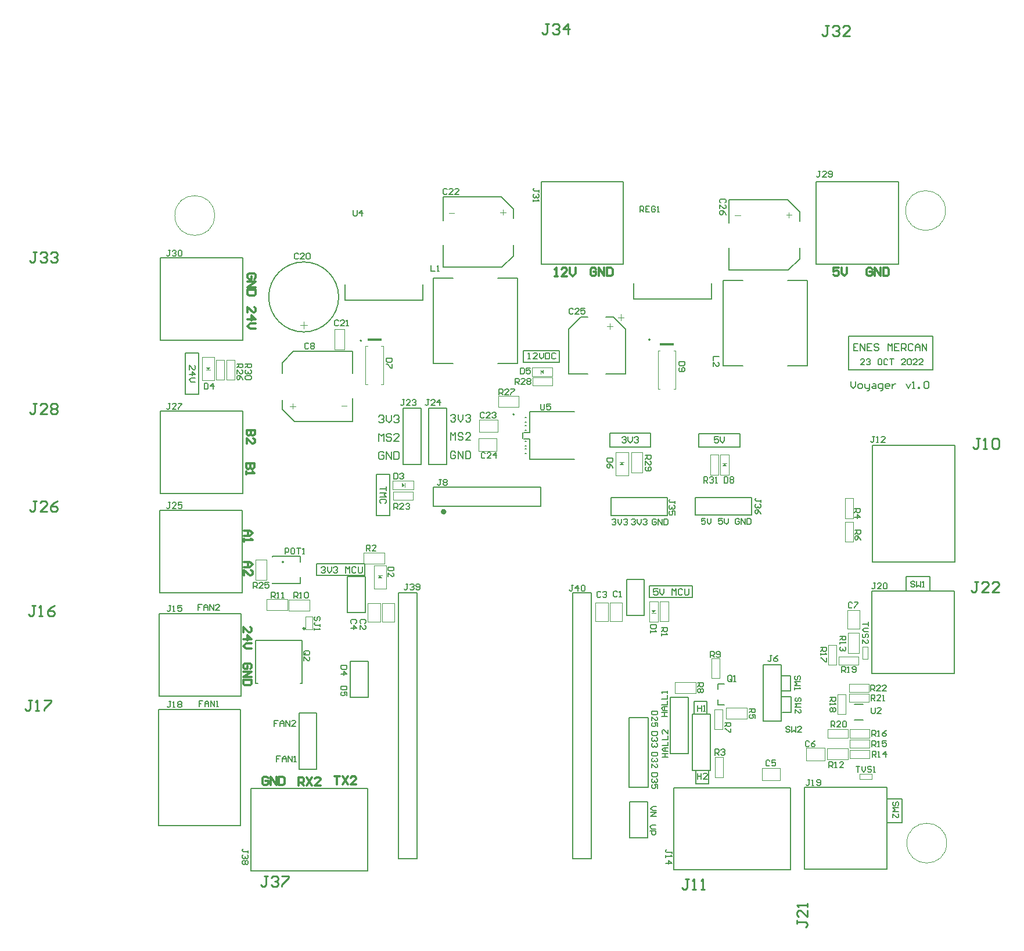
<source format=gto>
G04*
G04 #@! TF.GenerationSoftware,Altium Limited,Altium Designer,22.10.1 (41)*
G04*
G04 Layer_Color=65535*
%FSLAX25Y25*%
%MOIN*%
G70*
G04*
G04 #@! TF.SameCoordinates,F8C157B4-DA96-4F04-9901-D09C045D4249*
G04*
G04*
G04 #@! TF.FilePolarity,Positive*
G04*
G01*
G75*
%ADD10C,0.00787*%
%ADD11C,0.00394*%
%ADD12C,0.00600*%
%ADD13C,0.01575*%
%ADD14C,0.01000*%
%ADD15C,0.00500*%
%ADD16C,0.00276*%
%ADD17C,0.00591*%
%ADD18C,0.01181*%
%ADD19R,0.07874X0.01575*%
G36*
X127133Y167680D02*
X124771D01*
X125952Y169255D01*
X127133Y167680D01*
D02*
G37*
G36*
X26181Y288878D02*
X28543D01*
X27362Y287303D01*
X26181Y288878D01*
D02*
G37*
G36*
X138417Y220022D02*
Y222384D01*
X139992Y221203D01*
X138417Y220022D01*
D02*
G37*
G36*
X281666Y149378D02*
X284028D01*
X282847Y147803D01*
X281666Y149378D01*
D02*
G37*
G36*
X324929Y232118D02*
X322567D01*
X323748Y233693D01*
X324929Y232118D01*
D02*
G37*
G36*
X265846Y232677D02*
X263484D01*
X264665Y234252D01*
X265846Y232677D01*
D02*
G37*
G36*
X219772Y287458D02*
Y285096D01*
X218197Y286277D01*
X219772Y287458D01*
D02*
G37*
D10*
X102165Y329232D02*
G03*
X102165Y329232I-20079J0D01*
G01*
X280842Y304722D02*
G03*
X280842Y304722I-394J0D01*
G01*
X115236Y304072D02*
G03*
X115236Y304072I-394J0D01*
G01*
X202919Y261738D02*
G03*
X202919Y261738I-394J0D01*
G01*
X408465Y244094D02*
X455709D01*
Y177165D02*
Y244094D01*
X408465Y177165D02*
X455709D01*
X408465D02*
Y244094D01*
X361516Y295D02*
Y47539D01*
X294587Y295D02*
X361516D01*
X294587D02*
Y47539D01*
X361516D01*
X-1279Y25591D02*
X45965D01*
X-1279D02*
Y92520D01*
X45965D01*
Y25591D02*
Y92520D01*
X118701Y-197D02*
Y47047D01*
X51772Y-197D02*
X118701D01*
X51772D02*
Y47047D01*
X118701D01*
X46260Y100098D02*
Y147343D01*
X-984D02*
X46260D01*
X-984Y100098D02*
Y147343D01*
Y100098D02*
X46260D01*
X369587Y47808D02*
X416831D01*
X369587Y564D02*
Y47808D01*
Y564D02*
X416831D01*
Y47808D01*
X408268Y112992D02*
Y160236D01*
Y112992D02*
X455512D01*
Y160236D01*
X408268D02*
X455512D01*
X46752Y159350D02*
Y206594D01*
X-492D02*
X46752D01*
X-492Y159350D02*
Y206594D01*
Y159350D02*
X46752D01*
X47146Y216535D02*
Y263779D01*
X-98D02*
X47146D01*
X-98Y216535D02*
Y263779D01*
Y216535D02*
X47146D01*
X376190Y347976D02*
X423435D01*
Y395220D01*
X376190D02*
X423435D01*
X376190Y347976D02*
Y395220D01*
X47098Y304331D02*
Y351575D01*
X-146D02*
X47098D01*
X-146Y304331D02*
Y351575D01*
Y304331D02*
X47098D01*
X218307Y348031D02*
X265551D01*
Y395275D01*
X218307D02*
X265551D01*
X218307Y348031D02*
Y395275D01*
X234055Y285039D02*
X245197D01*
X255591D02*
X266732D01*
X241142Y317717D02*
X245197D01*
X255591D02*
X259646D01*
X266732Y310630D01*
Y285039D02*
Y310630D01*
X234055Y285039D02*
Y310630D01*
X241142Y317717D01*
X156313Y291210D02*
X167730D01*
X193321Y291210D02*
X204738D01*
X156313Y340029D02*
X167730D01*
X193321D02*
X204738D01*
Y291210D02*
Y340029D01*
X156313Y291210D02*
Y340029D01*
X322638Y289862D02*
X334055D01*
X359646Y289862D02*
X371063D01*
X322638Y338681D02*
X334055D01*
X359646D02*
X371063D01*
Y289862D02*
Y338681D01*
X322638Y289862D02*
Y338681D01*
X156516Y220079D02*
X218248D01*
Y209055D02*
Y220079D01*
X156516Y209055D02*
X218248D01*
X156516D02*
Y220079D01*
X268799Y87756D02*
X279823D01*
X268799Y47697D02*
X279823D01*
X268799D02*
Y87756D01*
X279823Y47697D02*
Y87756D01*
X350984Y85728D02*
X353346D01*
X350984Y118012D02*
X352953D01*
X356102Y85728D02*
Y118012D01*
X345866D02*
X356102D01*
X345866Y85728D02*
Y118012D01*
Y85728D02*
X356102D01*
X295216Y99409D02*
X297578D01*
X295609Y67126D02*
X297578D01*
X292460D02*
Y99409D01*
Y67126D02*
X302696D01*
Y99409D01*
X292460D02*
X302696D01*
X82087Y90453D02*
X84449D01*
X82480Y58169D02*
X84449D01*
X79331D02*
Y90453D01*
Y58169D02*
X89567D01*
Y90453D01*
X79331D02*
X89567D01*
X310335Y57480D02*
X312697D01*
X310335Y89764D02*
X312303D01*
X315453Y57480D02*
Y89764D01*
X305217D02*
X315453D01*
X305217Y57480D02*
Y89764D01*
Y57480D02*
X315453D01*
X144193Y233110D02*
X146555D01*
X144193Y265394D02*
X146161D01*
X149311Y233110D02*
Y265394D01*
X139075D02*
X149311D01*
X139075Y233110D02*
Y265394D01*
Y233110D02*
X149311D01*
X158858D02*
X161221D01*
X158858Y265394D02*
X160827D01*
X163976Y233110D02*
Y265394D01*
X153740D02*
X163976D01*
X153740Y233110D02*
Y265394D01*
Y233110D02*
X163976D01*
X290807Y208850D02*
Y211212D01*
X258524Y208850D02*
Y210818D01*
Y213968D02*
X290807D01*
X258524Y203732D02*
Y213968D01*
Y203732D02*
X290807D01*
Y213968D01*
X339114Y209012D02*
Y211374D01*
X306831Y209012D02*
Y210980D01*
Y214130D02*
X339114D01*
X306831Y203894D02*
Y214130D01*
Y203894D02*
X339114D01*
Y214130D01*
X272441Y146319D02*
X274803D01*
X277559D02*
Y167027D01*
X267323D02*
X277559D01*
X267323Y146319D02*
Y167027D01*
Y146319D02*
X277559D01*
X112303Y147894D02*
X114665D01*
X117421D02*
Y168602D01*
X107185D02*
X117421D01*
X107185Y147894D02*
Y168602D01*
Y147894D02*
X117421D01*
X111713Y119931D02*
X114075D01*
X108957Y99222D02*
Y119931D01*
Y99222D02*
X119193D01*
Y119931D01*
X108957D02*
X119193D01*
X271949Y39291D02*
X274311D01*
X269193Y18583D02*
Y39291D01*
Y18583D02*
X279429D01*
Y39291D01*
X269193D02*
X279429D01*
X307087Y49705D02*
Y57087D01*
Y49705D02*
X314469D01*
Y57087D01*
X313583Y89764D02*
Y97146D01*
X306201D02*
X313583D01*
X306201Y89764D02*
Y97146D01*
Y89764D02*
X307087D01*
X425440Y27461D02*
Y41043D01*
X416831Y27461D02*
X425440D01*
X417028Y41043D02*
X425440D01*
X427756Y160236D02*
Y168649D01*
Y160236D02*
X436516D01*
X441339D01*
Y161586D01*
Y168649D01*
X427756D02*
X441339D01*
X356327Y99586D02*
X361740D01*
Y90768D02*
Y99586D01*
X356695Y90768D02*
X361740D01*
X356471Y103052D02*
X361516D01*
Y111870D01*
X356102D02*
X361516D01*
X123641Y203840D02*
X131338D01*
Y225286D02*
X131338D01*
X131338Y203840D02*
Y226292D01*
Y225286D02*
Y227350D01*
X123641D02*
X131338D01*
X123641Y203840D02*
Y227350D01*
X14138Y273427D02*
X21835D01*
Y294872D02*
X21835D01*
X21835Y273427D02*
Y295878D01*
Y294872D02*
Y296936D01*
X14138D02*
X21835D01*
X14138Y273427D02*
Y296936D01*
X394923Y306591D02*
X443249D01*
Y287398D02*
Y306591D01*
X394923Y287398D02*
X443249D01*
X394923D02*
Y306591D01*
X308897Y243138D02*
Y250836D01*
X257693Y243195D02*
X281203D01*
X257693D02*
Y250892D01*
X259757D01*
X258751D02*
X281203D01*
X259757D02*
Y250892D01*
X281203Y243195D02*
Y250892D01*
X308897Y250836D02*
X310961D01*
Y250836D01*
X309955Y250836D02*
X332407D01*
X308897Y243138D02*
X332407D01*
Y250836D01*
X94510Y175963D02*
Y175963D01*
X89542Y175963D02*
X94510D01*
X89542Y169270D02*
Y175963D01*
Y169270D02*
X117244D01*
Y175963D01*
X93505D02*
X117244D01*
X281477Y163247D02*
X305217D01*
Y156554D02*
Y163247D01*
X280419Y156554D02*
X305217D01*
X280419D02*
Y163247D01*
X282483D01*
Y163247D01*
X210128Y298524D02*
Y298524D01*
X208064Y298524D02*
X210128D01*
X208064Y291831D02*
Y298524D01*
Y291831D02*
X228839D01*
Y298524D01*
X209122D02*
X228839D01*
X396201Y280568D02*
Y277944D01*
X397513Y276632D01*
X398825Y277944D01*
Y280568D01*
X400793Y276632D02*
X402105D01*
X402761Y277288D01*
Y278600D01*
X402105Y279256D01*
X400793D01*
X400137Y278600D01*
Y277288D01*
X400793Y276632D01*
X404073Y279256D02*
Y277288D01*
X404729Y276632D01*
X406697D01*
Y275976D01*
X406041Y275320D01*
X405385D01*
X406697Y276632D02*
Y279256D01*
X408665D02*
X409976D01*
X410632Y278600D01*
Y276632D01*
X408665D01*
X408009Y277288D01*
X408665Y277944D01*
X410632D01*
X413256Y275320D02*
X413912D01*
X414568Y275976D01*
Y279256D01*
X412600D01*
X411944Y278600D01*
Y277288D01*
X412600Y276632D01*
X414568D01*
X417848D02*
X416536D01*
X415880Y277288D01*
Y278600D01*
X416536Y279256D01*
X417848D01*
X418504Y278600D01*
Y277944D01*
X415880D01*
X419816Y279256D02*
Y276632D01*
Y277944D01*
X420472Y278600D01*
X421128Y279256D01*
X421784D01*
X427687D02*
X428999Y276632D01*
X430311Y279256D01*
X431623Y276632D02*
X432935D01*
X432279D01*
Y280568D01*
X431623Y279911D01*
X434903Y276632D02*
Y277288D01*
X435559D01*
Y276632D01*
X434903D01*
X438183Y279911D02*
X438839Y280568D01*
X440150D01*
X440806Y279911D01*
Y277288D01*
X440150Y276632D01*
X438839D01*
X438183Y277288D01*
Y279911D01*
X129434Y220294D02*
Y217933D01*
Y219113D01*
X125892D01*
Y216752D02*
X129434D01*
X128253Y215571D01*
X129434Y214391D01*
X125892D01*
X128843Y210848D02*
X129434Y211439D01*
Y212619D01*
X128843Y213210D01*
X126482D01*
X125892Y212619D01*
Y211439D01*
X126482Y210848D01*
X16388Y287519D02*
Y289881D01*
X18750Y287519D01*
X19340D01*
X19931Y288110D01*
Y289290D01*
X19340Y289881D01*
X16388Y284568D02*
X19931D01*
X18159Y286339D01*
Y283977D01*
X19931Y282797D02*
X17569D01*
X16388Y281616D01*
X17569Y280435D01*
X19931D01*
X400276Y302357D02*
X397653D01*
Y298421D01*
X400276D01*
X397653Y300389D02*
X398964D01*
X401588Y298421D02*
Y302357D01*
X404212Y298421D01*
Y302357D01*
X408148D02*
X405524D01*
Y298421D01*
X408148D01*
X405524Y300389D02*
X406836D01*
X412084Y301701D02*
X411428Y302357D01*
X410116D01*
X409460Y301701D01*
Y301045D01*
X410116Y300389D01*
X411428D01*
X412084Y299733D01*
Y299077D01*
X411428Y298421D01*
X410116D01*
X409460Y299077D01*
X417331Y298421D02*
Y302357D01*
X418643Y301045D01*
X419955Y302357D01*
Y298421D01*
X423891Y302357D02*
X421267D01*
Y298421D01*
X423891D01*
X421267Y300389D02*
X422579D01*
X425203Y298421D02*
Y302357D01*
X427171D01*
X427826Y301701D01*
Y300389D01*
X427171Y299733D01*
X425203D01*
X426515D02*
X427826Y298421D01*
X431762Y301701D02*
X431106Y302357D01*
X429794D01*
X429139Y301701D01*
Y299077D01*
X429794Y298421D01*
X431106D01*
X431762Y299077D01*
X433074Y298421D02*
Y301045D01*
X434386Y302357D01*
X435698Y301045D01*
Y298421D01*
Y300389D01*
X433074D01*
X437010Y298421D02*
Y302357D01*
X439634Y298421D01*
Y302357D01*
X264749Y248398D02*
X265339Y248988D01*
X266520D01*
X267110Y248398D01*
Y247807D01*
X266520Y247217D01*
X265929D01*
X266520D01*
X267110Y246626D01*
Y246036D01*
X266520Y245446D01*
X265339D01*
X264749Y246036D01*
X268291Y248988D02*
Y246626D01*
X269472Y245446D01*
X270652Y246626D01*
Y248988D01*
X271833Y248398D02*
X272423Y248988D01*
X273604D01*
X274195Y248398D01*
Y247807D01*
X273604Y247217D01*
X273014D01*
X273604D01*
X274195Y246626D01*
Y246036D01*
X273604Y245446D01*
X272423D01*
X271833Y246036D01*
X320085Y248931D02*
X317724D01*
Y247160D01*
X318905Y247750D01*
X319495D01*
X320085Y247160D01*
Y245979D01*
X319495Y245389D01*
X318314D01*
X317724Y245979D01*
X321266Y248931D02*
Y246570D01*
X322447Y245389D01*
X323627Y246570D01*
Y248931D01*
X92105Y173720D02*
X92696Y174310D01*
X93876D01*
X94467Y173720D01*
Y173129D01*
X93876Y172539D01*
X93286D01*
X93876D01*
X94467Y171948D01*
Y171358D01*
X93876Y170768D01*
X92696D01*
X92105Y171358D01*
X95647Y174310D02*
Y171948D01*
X96828Y170768D01*
X98009Y171948D01*
Y174310D01*
X99190Y173720D02*
X99780Y174310D01*
X100961D01*
X101551Y173720D01*
Y173129D01*
X100961Y172539D01*
X100370D01*
X100961D01*
X101551Y171948D01*
Y171358D01*
X100961Y170768D01*
X99780D01*
X99190Y171358D01*
X106274Y170768D02*
Y174310D01*
X107455Y173129D01*
X108635Y174310D01*
Y170768D01*
X112177Y173720D02*
X111587Y174310D01*
X110406D01*
X109816Y173720D01*
Y171358D01*
X110406Y170768D01*
X111587D01*
X112177Y171358D01*
X113358Y174310D02*
Y171358D01*
X113949Y170768D01*
X115129D01*
X115720Y171358D01*
Y174310D01*
X285325Y161599D02*
X282963D01*
Y159828D01*
X284144Y160419D01*
X284734D01*
X285325Y159828D01*
Y158648D01*
X284734Y158057D01*
X283554D01*
X282963Y158648D01*
X286505Y161599D02*
Y159238D01*
X287686Y158057D01*
X288867Y159238D01*
Y161599D01*
X293590Y158057D02*
Y161599D01*
X294770Y160419D01*
X295951Y161599D01*
Y158057D01*
X299493Y161009D02*
X298903Y161599D01*
X297722D01*
X297132Y161009D01*
Y158648D01*
X297722Y158057D01*
X298903D01*
X299493Y158648D01*
X300674Y161599D02*
Y158648D01*
X301264Y158057D01*
X302445D01*
X303035Y158648D01*
Y161599D01*
X210891Y293599D02*
X212072D01*
X211482D01*
Y297141D01*
X210891Y296551D01*
X216205Y293599D02*
X213843D01*
X216205Y295961D01*
Y296551D01*
X215614Y297141D01*
X214434D01*
X213843Y296551D01*
X217385Y297141D02*
Y294780D01*
X218566Y293599D01*
X219747Y294780D01*
Y297141D01*
X220927D02*
Y293599D01*
X222698D01*
X223289Y294190D01*
Y296551D01*
X222698Y297141D01*
X220927D01*
X226831Y296551D02*
X226241Y297141D01*
X225060D01*
X224470Y296551D01*
Y294190D01*
X225060Y293599D01*
X226241D01*
X226831Y294190D01*
X128108Y239738D02*
X127386Y240459D01*
X125943D01*
X125221Y239738D01*
Y236852D01*
X125943Y236130D01*
X127386D01*
X128108Y236852D01*
Y238295D01*
X126664D01*
X129551Y236130D02*
Y240459D01*
X132437Y236130D01*
Y240459D01*
X133880D02*
Y236130D01*
X136045D01*
X136766Y236852D01*
Y239738D01*
X136045Y240459D01*
X133880D01*
X125221Y260545D02*
X125943Y261266D01*
X127386D01*
X128108Y260545D01*
Y259823D01*
X127386Y259102D01*
X126664D01*
X127386D01*
X128108Y258380D01*
Y257659D01*
X127386Y256937D01*
X125943D01*
X125221Y257659D01*
X129551Y261266D02*
Y258380D01*
X130994Y256937D01*
X132437Y258380D01*
Y261266D01*
X133880Y260545D02*
X134601Y261266D01*
X136045D01*
X136766Y260545D01*
Y259823D01*
X136045Y259102D01*
X135323D01*
X136045D01*
X136766Y258380D01*
Y257659D01*
X136045Y256937D01*
X134601D01*
X133880Y257659D01*
X125221Y246533D02*
Y250863D01*
X126664Y249420D01*
X128108Y250863D01*
Y246533D01*
X132437Y250141D02*
X131715Y250863D01*
X130272D01*
X129551Y250141D01*
Y249420D01*
X130272Y248698D01*
X131715D01*
X132437Y247977D01*
Y247255D01*
X131715Y246533D01*
X130272D01*
X129551Y247255D01*
X136766Y246533D02*
X133880D01*
X136766Y249420D01*
Y250141D01*
X136045Y250863D01*
X134601D01*
X133880Y250141D01*
X169249Y239876D02*
X168528Y240597D01*
X167085D01*
X166363Y239876D01*
Y236989D01*
X167085Y236268D01*
X168528D01*
X169249Y236989D01*
Y238432D01*
X167806D01*
X170692Y236268D02*
Y240597D01*
X173579Y236268D01*
Y240597D01*
X175022D02*
Y236268D01*
X177186D01*
X177908Y236989D01*
Y239876D01*
X177186Y240597D01*
X175022D01*
X166363Y246898D02*
Y251227D01*
X167806Y249784D01*
X169249Y251227D01*
Y246898D01*
X173579Y250505D02*
X172857Y251227D01*
X171414D01*
X170692Y250505D01*
Y249784D01*
X171414Y249062D01*
X172857D01*
X173579Y248341D01*
Y247619D01*
X172857Y246898D01*
X171414D01*
X170692Y247619D01*
X177908Y246898D02*
X175022D01*
X177908Y249784D01*
Y250505D01*
X177186Y251227D01*
X175743D01*
X175022Y250505D01*
X166363Y261135D02*
X167085Y261857D01*
X168528D01*
X169249Y261135D01*
Y260414D01*
X168528Y259692D01*
X167806D01*
X168528D01*
X169249Y258971D01*
Y258249D01*
X168528Y257528D01*
X167085D01*
X166363Y258249D01*
X170692Y261857D02*
Y258971D01*
X172135Y257528D01*
X173579Y258971D01*
Y261857D01*
X175022Y261135D02*
X175743Y261857D01*
X177186D01*
X177908Y261135D01*
Y260414D01*
X177186Y259692D01*
X176465D01*
X177186D01*
X177908Y258971D01*
Y258249D01*
X177186Y257528D01*
X175743D01*
X175022Y258249D01*
D11*
X451083Y15650D02*
G03*
X451083Y15650I-11417J0D01*
G01*
X30957Y375984D02*
G03*
X30957Y375984I-11417J0D01*
G01*
X450394Y378839D02*
G03*
X450394Y378839I-11417J0D01*
G01*
X407537Y88090D02*
G03*
X407537Y88090I-197J0D01*
G01*
X74208Y266470D02*
X77358D01*
X75783Y264895D02*
Y268045D01*
X103736Y266864D02*
X106885D01*
X194882Y377854D02*
X198031D01*
X196457Y376279D02*
Y379429D01*
X165354Y377461D02*
X168504D01*
X359055Y376279D02*
X362205D01*
X360630Y374705D02*
Y377854D01*
X329528Y375886D02*
X332677D01*
X262402Y317520D02*
X265945D01*
X264173Y315748D02*
Y319291D01*
X256063Y312375D02*
X259607D01*
X257835Y310603D02*
Y314147D01*
X80118Y312992D02*
X84055D01*
X82087Y311024D02*
Y314961D01*
X26181Y287303D02*
X28543D01*
X23720Y294685D02*
X30906D01*
Y281496D02*
Y294685D01*
X23720Y281496D02*
Y294685D01*
Y281496D02*
X30906D01*
X263484Y234252D02*
X265846D01*
X261122Y226870D02*
X268307D01*
X261122D02*
Y240059D01*
X268307Y226870D02*
Y240059D01*
X261122D02*
X268307D01*
X124771Y169255D02*
X127133D01*
X122409Y161873D02*
X129594D01*
X122409D02*
Y175062D01*
X129594Y161873D02*
Y175062D01*
X122409D02*
X129594D01*
X322567Y233693D02*
X324929D01*
X321250Y238779D02*
X326168D01*
Y226969D02*
Y238779D01*
X321250Y226969D02*
X326168D01*
X321250D02*
Y238779D01*
X218197Y285096D02*
Y287458D01*
X213110Y283779D02*
Y288697D01*
X224921D01*
Y283779D02*
Y288697D01*
X213110Y283779D02*
X224921D01*
X139992Y220022D02*
Y222384D01*
X145079Y218782D02*
Y223700D01*
X133268Y218782D02*
X145079D01*
X133268D02*
Y223700D01*
X145079D01*
X281666Y147803D02*
X284028D01*
X280427Y142717D02*
X285344D01*
X280427D02*
Y154528D01*
X285344D01*
Y142717D02*
Y154528D01*
X249598Y143098D02*
X256701D01*
X249598D02*
Y153752D01*
X256701D01*
Y143098D02*
Y153752D01*
X257866Y143000D02*
X264968D01*
X257866D02*
Y153654D01*
X264968D01*
Y143000D02*
Y153654D01*
X355622Y51567D02*
Y58669D01*
X344969Y51567D02*
X355622D01*
X344969D02*
Y58669D01*
X355622D01*
X381225Y63173D02*
Y70276D01*
X370571Y63173D02*
X381225D01*
X370571D02*
Y70276D01*
X381225D01*
X394185Y138768D02*
X401287D01*
X394185D02*
Y149421D01*
X401287D01*
Y138768D02*
Y149421D01*
X182862Y251665D02*
Y258768D01*
X193516D01*
Y251665D02*
Y258768D01*
X182862Y251665D02*
X193516D01*
X182310Y240868D02*
Y247970D01*
X192963D01*
Y240868D02*
Y247970D01*
X182310Y240868D02*
X192963D01*
X127059Y153457D02*
X134161D01*
Y142803D02*
Y153457D01*
X127059Y142803D02*
X134161D01*
X127059D02*
Y153457D01*
X118890Y153457D02*
X125992D01*
Y142803D02*
Y153457D01*
X118890Y142803D02*
X125992D01*
X118890D02*
Y153457D01*
X99879Y307565D02*
Y310616D01*
X105427Y298964D02*
Y310616D01*
X99879D02*
X105427D01*
X99879Y302053D02*
Y307565D01*
X99884Y298964D02*
X105427D01*
X99884D02*
Y302047D01*
X99879Y302053D02*
X99884Y302047D01*
X324508Y93307D02*
X336319D01*
Y87008D02*
Y93307D01*
X324508Y87008D02*
X336319D01*
X324508D02*
Y93307D01*
X73543Y155483D02*
X85354D01*
Y149184D02*
Y155483D01*
X73543Y149184D02*
X85354D01*
X73543D02*
Y155483D01*
X60918Y155709D02*
X72729D01*
Y149410D02*
Y155709D01*
X60918Y149410D02*
X72729D01*
X60918D02*
Y155709D01*
X382561Y63681D02*
X394372D01*
X382561D02*
Y69980D01*
X394372D01*
Y63681D02*
Y69980D01*
X394587Y124606D02*
Y136417D01*
X400886D01*
Y124606D02*
Y136417D01*
X394587Y124606D02*
X400886D01*
X60925Y166634D02*
Y178445D01*
X54626Y166634D02*
X60925D01*
X54626D02*
Y178445D01*
X60925D01*
X193799Y266043D02*
X205610D01*
X193799D02*
Y272342D01*
X205610D01*
Y266043D02*
Y272342D01*
X270168Y228338D02*
Y240149D01*
X276468D01*
Y228338D02*
Y240149D01*
X270168Y228338D02*
X276468D01*
X116535Y175984D02*
X128347D01*
X116535D02*
Y182283D01*
X128347D01*
Y175984D02*
Y182283D01*
X295276Y108071D02*
X307087D01*
Y101772D02*
Y108071D01*
X295276Y101772D02*
X307087D01*
X295276D02*
Y108071D01*
X318209Y64967D02*
X322933D01*
X318209Y53520D02*
Y64967D01*
Y53520D02*
X322933D01*
Y64967D01*
X392717Y202159D02*
X397441D01*
Y213605D01*
X392717D02*
X397441D01*
X392717Y202159D02*
Y213605D01*
Y188734D02*
X397441D01*
Y200180D01*
X392717D02*
X397441D01*
X392717Y188734D02*
Y200180D01*
X317815Y80899D02*
X322539D01*
Y92346D01*
X317815D02*
X322539D01*
X317815Y80899D02*
Y92346D01*
X406896Y64468D02*
Y69193D01*
X395450D02*
X406896D01*
X395450Y64468D02*
Y69193D01*
Y64468D02*
X406896D01*
Y70325D02*
Y75049D01*
X395450D02*
X406896D01*
X395450Y70325D02*
Y75049D01*
Y70325D02*
X406896D01*
Y76181D02*
Y80905D01*
X395450D02*
X406896D01*
X395450Y76181D02*
Y80905D01*
Y76181D02*
X406896D01*
X383169Y117907D02*
X387894D01*
Y129354D01*
X383169D02*
X387894D01*
X383169Y117907D02*
Y129354D01*
X388541Y89659D02*
X393265D01*
Y101105D01*
X388541D02*
X393265D01*
X388541Y89659D02*
Y101105D01*
X400454Y117913D02*
Y122638D01*
X389007D02*
X400454D01*
X389007Y117913D02*
Y122638D01*
Y117913D02*
X400454D01*
X382953Y76181D02*
Y80905D01*
Y76181D02*
X394400D01*
Y80905D01*
X382953D02*
X394400D01*
X406559Y96653D02*
Y101378D01*
X395112D02*
X406559D01*
X395112Y96653D02*
Y101378D01*
Y96653D02*
X406559D01*
Y102239D02*
Y106964D01*
X395112D02*
X406559D01*
X395112Y102239D02*
Y106964D01*
Y102239D02*
X406559D01*
X224810Y278248D02*
Y282972D01*
X213363D02*
X224810D01*
X213363Y278248D02*
Y282972D01*
Y278248D02*
X224810D01*
X315551Y227159D02*
X320276D01*
Y238605D01*
X315551D02*
X320276D01*
X315551Y227159D02*
Y238605D01*
X31890Y293117D02*
X36614D01*
X31890Y281670D02*
Y293117D01*
Y281670D02*
X36614D01*
Y293117D01*
X37697Y281588D02*
X42421D01*
Y293035D01*
X37697D02*
X42421D01*
X37697Y281588D02*
Y293035D01*
X133458Y212795D02*
Y217520D01*
Y212795D02*
X144905D01*
Y217520D01*
X133458D02*
X144905D01*
X286614Y142907D02*
X291339D01*
Y154354D01*
X286614D02*
X291339D01*
X286614Y142907D02*
Y154354D01*
X316142Y121660D02*
X320866D01*
X316142Y110213D02*
Y121660D01*
Y110213D02*
X320866D01*
Y121660D01*
X126609Y301059D02*
X127790D01*
Y279012D02*
Y301059D01*
X126609Y279012D02*
X127790D01*
X117553D02*
X118735D01*
X117553D02*
Y301059D01*
X118735D01*
X294390Y298524D02*
X295571D01*
Y276476D02*
Y298524D01*
X294390Y276476D02*
X295571D01*
X285335D02*
X286516D01*
X285335D02*
Y298524D01*
X286516D01*
X401083Y52264D02*
X408071D01*
X401083D02*
Y53740D01*
Y55315D01*
X408071D01*
Y52264D02*
Y55315D01*
X401083Y52264D02*
X408071D01*
X401083D02*
Y53740D01*
Y55315D01*
X408071D01*
Y52264D02*
Y55315D01*
X402854Y121358D02*
Y128347D01*
X404331D01*
X405905D01*
Y121358D02*
Y128347D01*
X402854Y121358D02*
X405905D01*
X402854D02*
Y128347D01*
X404331D01*
X405905D01*
Y121358D02*
Y128347D01*
X402854Y121358D02*
X405905D01*
D12*
X70652Y176932D02*
G03*
X70652Y176932I-500J0D01*
G01*
X236382Y159450D02*
X247182D01*
Y116850D02*
Y159450D01*
X236382Y116850D02*
Y159450D01*
Y6850D02*
X247182D01*
Y76850D02*
Y119450D01*
X236382Y76850D02*
Y119450D01*
X247182Y36850D02*
Y79450D01*
X236382Y36850D02*
Y79450D01*
X247182Y6791D02*
Y39450D01*
X236382Y6791D02*
Y39450D01*
X136382Y6791D02*
Y39450D01*
X147182Y6791D02*
Y39450D01*
X136382Y36850D02*
Y79450D01*
X147182Y36850D02*
Y79450D01*
X136382Y76850D02*
Y119450D01*
X147182Y76850D02*
Y119450D01*
X136382Y6850D02*
X147182D01*
X136382Y116850D02*
Y159450D01*
X147182Y116850D02*
Y159450D01*
X136382D02*
X147182D01*
X76692Y257687D02*
X110156D01*
X69756Y264623D02*
X76692Y257687D01*
X69756Y264623D02*
Y270013D01*
Y285368D02*
Y291546D01*
X76298Y298087D01*
X110156D01*
Y285368D02*
Y298087D01*
Y257687D02*
Y271195D01*
X162083Y386637D02*
X195548D01*
X202484Y379702D01*
Y374311D02*
Y379702D01*
Y352779D02*
Y358957D01*
X195942Y346237D02*
X202484Y352779D01*
X162083Y346237D02*
X195942D01*
X162083D02*
Y358957D01*
Y373130D02*
Y386637D01*
X326257Y385062D02*
X359721D01*
X366657Y378127D01*
Y372736D02*
Y378127D01*
Y351204D02*
Y357382D01*
X360115Y344662D02*
X366657Y351204D01*
X326257Y344662D02*
X360115D01*
X326257D02*
Y357382D01*
Y371555D02*
Y385062D01*
X80020Y176961D02*
Y180401D01*
X64220Y180201D02*
Y180401D01*
Y164801D02*
X80020D01*
Y168241D01*
X64220Y180401D02*
X80020D01*
X64220Y164801D02*
Y165006D01*
X80069Y107537D02*
X81132D01*
Y132029D01*
X54597D02*
X81132D01*
X54597Y107537D02*
Y132029D01*
Y107537D02*
X55660D01*
X209122Y260032D02*
X209922D01*
X209122Y255532D02*
X209922D01*
X209122Y257232D02*
X209922D01*
X209122Y252732D02*
X209922D01*
X209122Y246532D02*
X209922D01*
X209122Y242032D02*
X209922D01*
X209122Y243732D02*
X209922D01*
X209122Y239232D02*
X209922D01*
X211822Y251532D02*
Y263332D01*
X208434Y251532D02*
X211822D01*
X207822Y247938D02*
Y251326D01*
X208434Y247732D02*
X211822D01*
Y235932D02*
Y247732D01*
Y235932D02*
X237322D01*
X211822Y263332D02*
X237322D01*
D13*
X163169Y205906D02*
G03*
X163169Y205906I-787J0D01*
G01*
D14*
X82791Y138829D02*
G03*
X82791Y138829I-557J0D01*
G01*
X61400Y-3404D02*
X59401D01*
X60401D01*
Y-8402D01*
X59401Y-9402D01*
X58401D01*
X57402Y-8402D01*
X63400Y-4403D02*
X64399Y-3404D01*
X66399D01*
X67398Y-4403D01*
Y-5403D01*
X66399Y-6402D01*
X65399D01*
X66399D01*
X67398Y-7402D01*
Y-8402D01*
X66399Y-9402D01*
X64399D01*
X63400Y-8402D01*
X69398Y-3404D02*
X73396D01*
Y-4403D01*
X69398Y-8402D01*
Y-9402D01*
X470100Y247897D02*
X468101D01*
X469101D01*
Y242898D01*
X468101Y241898D01*
X467101D01*
X466102Y242898D01*
X472100Y241898D02*
X474099D01*
X473099D01*
Y247897D01*
X472100Y246897D01*
X477098D02*
X478098Y247897D01*
X480097D01*
X481097Y246897D01*
Y242898D01*
X480097Y241898D01*
X478098D01*
X477098Y242898D01*
Y246897D01*
X222800Y486197D02*
X220801D01*
X221801D01*
Y481198D01*
X220801Y480198D01*
X219801D01*
X218802Y481198D01*
X224800Y485197D02*
X225799Y486197D01*
X227799D01*
X228798Y485197D01*
Y484197D01*
X227799Y483197D01*
X226799D01*
X227799D01*
X228798Y482198D01*
Y481198D01*
X227799Y480198D01*
X225799D01*
X224800Y481198D01*
X233797Y480198D02*
Y486197D01*
X230798Y483197D01*
X234796D01*
X-71100Y354996D02*
X-73099D01*
X-72099D01*
Y349998D01*
X-73099Y348998D01*
X-74099D01*
X-75098Y349998D01*
X-69100Y353997D02*
X-68101Y354996D01*
X-66101D01*
X-65102Y353997D01*
Y352997D01*
X-66101Y351997D01*
X-67101D01*
X-66101D01*
X-65102Y350998D01*
Y349998D01*
X-66101Y348998D01*
X-68101D01*
X-69100Y349998D01*
X-63102Y353997D02*
X-62103Y354996D01*
X-60103D01*
X-59104Y353997D01*
Y352997D01*
X-60103Y351997D01*
X-61103D01*
X-60103D01*
X-59104Y350998D01*
Y349998D01*
X-60103Y348998D01*
X-62103D01*
X-63102Y349998D01*
X383600Y484897D02*
X381601D01*
X382601D01*
Y479898D01*
X381601Y478898D01*
X380601D01*
X379602Y479898D01*
X385600Y483897D02*
X386599Y484897D01*
X388599D01*
X389598Y483897D01*
Y482897D01*
X388599Y481897D01*
X387599D01*
X388599D01*
X389598Y480898D01*
Y479898D01*
X388599Y478898D01*
X386599D01*
X385600Y479898D01*
X395596Y478898D02*
X391598D01*
X395596Y482897D01*
Y483897D01*
X394597Y484897D01*
X392597D01*
X391598Y483897D01*
X-71300Y267997D02*
X-73299D01*
X-72299D01*
Y262998D01*
X-73299Y261998D01*
X-74299D01*
X-75298Y262998D01*
X-65302Y261998D02*
X-69300D01*
X-65302Y265997D01*
Y266997D01*
X-66301Y267997D01*
X-68301D01*
X-69300Y266997D01*
X-63302D02*
X-62303Y267997D01*
X-60303D01*
X-59304Y266997D01*
Y265997D01*
X-60303Y264998D01*
X-59304Y263998D01*
Y262998D01*
X-60303Y261998D01*
X-62303D01*
X-63302Y262998D01*
Y263998D01*
X-62303Y264998D01*
X-63302Y265997D01*
Y266997D01*
X-62303Y264998D02*
X-60303D01*
X-71100Y211997D02*
X-73099D01*
X-72099D01*
Y206998D01*
X-73099Y205998D01*
X-74099D01*
X-75098Y206998D01*
X-65102Y205998D02*
X-69100D01*
X-65102Y209997D01*
Y210997D01*
X-66101Y211997D01*
X-68101D01*
X-69100Y210997D01*
X-59104Y211997D02*
X-61103Y210997D01*
X-63102Y208998D01*
Y206998D01*
X-62103Y205998D01*
X-60103D01*
X-59104Y206998D01*
Y207998D01*
X-60103Y208998D01*
X-63102D01*
X469200Y165596D02*
X467201D01*
X468201D01*
Y160598D01*
X467201Y159598D01*
X466201D01*
X465202Y160598D01*
X475198Y159598D02*
X471200D01*
X475198Y163597D01*
Y164597D01*
X474199Y165596D01*
X472199D01*
X471200Y164597D01*
X481196Y159598D02*
X477198D01*
X481196Y163597D01*
Y164597D01*
X480197Y165596D01*
X478197D01*
X477198Y164597D01*
X365013Y-28786D02*
Y-30786D01*
Y-29786D01*
X370011D01*
X371011Y-30786D01*
Y-31785D01*
X370011Y-32785D01*
X371011Y-22788D02*
Y-26787D01*
X367012Y-22788D01*
X366013D01*
X365013Y-23788D01*
Y-25787D01*
X366013Y-26787D01*
X371011Y-20789D02*
Y-18790D01*
Y-19789D01*
X365013D01*
X366013Y-20789D01*
X-73700Y97597D02*
X-75699D01*
X-74699D01*
Y92598D01*
X-75699Y91598D01*
X-76699D01*
X-77698Y92598D01*
X-71700Y91598D02*
X-69701D01*
X-70701D01*
Y97597D01*
X-71700Y96597D01*
X-66702Y97597D02*
X-62703D01*
Y96597D01*
X-66702Y92598D01*
Y91598D01*
X-71800Y152197D02*
X-73799D01*
X-72799D01*
Y147198D01*
X-73799Y146198D01*
X-74799D01*
X-75798Y147198D01*
X-69800Y146198D02*
X-67801D01*
X-68801D01*
Y152197D01*
X-69800Y151197D01*
X-60803Y152197D02*
X-62803Y151197D01*
X-64802Y149197D01*
Y147198D01*
X-63802Y146198D01*
X-61803D01*
X-60803Y147198D01*
Y148198D01*
X-61803Y149197D01*
X-64802D01*
X303300Y-4803D02*
X301301D01*
X302301D01*
Y-9802D01*
X301301Y-10802D01*
X300301D01*
X299302Y-9802D01*
X305300Y-10802D02*
X307299D01*
X306299D01*
Y-4803D01*
X305300Y-5803D01*
X310298Y-10802D02*
X312297D01*
X311298D01*
Y-4803D01*
X310298Y-5803D01*
D15*
X271500Y328029D02*
Y337025D01*
Y328029D02*
X316182D01*
Y337005D01*
X105894Y327379D02*
Y336375D01*
Y327379D02*
X150575D01*
Y336355D01*
X398186Y95413D02*
X403108D01*
X398186Y86279D02*
X403108D01*
D16*
X83268Y145571D02*
X87205D01*
X83268Y138484D02*
Y145571D01*
Y138484D02*
X87205D01*
Y145571D01*
D17*
X319783Y95177D02*
Y98130D01*
Y95177D02*
X323622D01*
X319685Y104035D02*
Y106988D01*
X323524D01*
X422985Y36997D02*
X423542Y37554D01*
Y38669D01*
X422985Y39227D01*
X422427D01*
X421870Y38669D01*
Y37554D01*
X421312Y36997D01*
X420755D01*
X420197Y37554D01*
Y38669D01*
X420755Y39227D01*
X423542Y35882D02*
X420197D01*
X421312Y34767D01*
X420197Y33652D01*
X423542D01*
X420197Y30306D02*
Y32536D01*
X422427Y30306D01*
X422985D01*
X423542Y30864D01*
Y31979D01*
X422985Y32536D01*
X432678Y165485D02*
X432120Y166042D01*
X431005D01*
X430447Y165485D01*
Y164927D01*
X431005Y164369D01*
X432120D01*
X432678Y163812D01*
Y163254D01*
X432120Y162697D01*
X431005D01*
X430447Y163254D01*
X433793Y166042D02*
Y162697D01*
X434908Y163812D01*
X436023Y162697D01*
Y166042D01*
X437138Y162697D02*
X438253D01*
X437696D01*
Y166042D01*
X437138Y165485D01*
X366957Y96935D02*
X367514Y97492D01*
Y98607D01*
X366957Y99165D01*
X366399D01*
X365842Y98607D01*
Y97492D01*
X365284Y96935D01*
X364726D01*
X364169Y97492D01*
Y98607D01*
X364726Y99165D01*
X367514Y95819D02*
X364169D01*
X365284Y94704D01*
X364169Y93589D01*
X367514D01*
X364169Y90244D02*
Y92474D01*
X366399Y90244D01*
X366957D01*
X367514Y90801D01*
Y91917D01*
X366957Y92474D01*
X361124Y82118D02*
X360566Y82676D01*
X359451D01*
X358894Y82118D01*
Y81561D01*
X359451Y81003D01*
X360566D01*
X361124Y80446D01*
Y79888D01*
X360566Y79331D01*
X359451D01*
X358894Y79888D01*
X362239Y82676D02*
Y79331D01*
X363354Y80446D01*
X364469Y79331D01*
Y82676D01*
X367815Y79331D02*
X365584D01*
X367815Y81561D01*
Y82118D01*
X367257Y82676D01*
X366142D01*
X365584Y82118D01*
X366733Y109382D02*
X367290Y109939D01*
Y111054D01*
X366733Y111612D01*
X366175D01*
X365617Y111054D01*
Y109939D01*
X365060Y109382D01*
X364502D01*
X363945Y109939D01*
Y111054D01*
X364502Y111612D01*
X367290Y108267D02*
X363945D01*
X365060Y107151D01*
X363945Y106036D01*
X367290D01*
X363945Y104921D02*
Y103806D01*
Y104364D01*
X367290D01*
X366733Y104921D01*
X23656Y152677D02*
X21426D01*
Y151004D01*
X22541D01*
X21426D01*
Y149331D01*
X24771D02*
Y151562D01*
X25886Y152677D01*
X27002Y151562D01*
Y149331D01*
Y151004D01*
X24771D01*
X28117Y149331D02*
Y152677D01*
X30347Y149331D01*
Y152677D01*
X33692Y149331D02*
X31462D01*
X33692Y151562D01*
Y152119D01*
X33135Y152677D01*
X32020D01*
X31462Y152119D01*
X24214Y97512D02*
X21983D01*
Y95839D01*
X23099D01*
X21983D01*
Y94167D01*
X25329D02*
Y96397D01*
X26444Y97512D01*
X27559Y96397D01*
Y94167D01*
Y95839D01*
X25329D01*
X28674Y94167D02*
Y97512D01*
X30904Y94167D01*
Y97512D01*
X32020Y94167D02*
X33135D01*
X32577D01*
Y97512D01*
X32020Y96955D01*
X68800Y65649D02*
X66570D01*
Y63976D01*
X67685D01*
X66570D01*
Y62303D01*
X69915D02*
Y64533D01*
X71030Y65649D01*
X72146Y64533D01*
Y62303D01*
Y63976D01*
X69915D01*
X73261Y62303D02*
Y65649D01*
X75491Y62303D01*
Y65649D01*
X76606Y62303D02*
X77721D01*
X77164D01*
Y65649D01*
X76606Y65091D01*
X67490Y86161D02*
X65260D01*
Y84488D01*
X66375D01*
X65260D01*
Y82815D01*
X68605D02*
Y85046D01*
X69720Y86161D01*
X70835Y85046D01*
Y82815D01*
Y84488D01*
X68605D01*
X71950Y82815D02*
Y86161D01*
X74181Y82815D01*
Y86161D01*
X77526Y82815D02*
X75296D01*
X77526Y85046D01*
Y85603D01*
X76968Y86161D01*
X75853D01*
X75296Y85603D01*
X106889Y105852D02*
X103544D01*
Y104179D01*
X104101Y103622D01*
X106332D01*
X106889Y104179D01*
Y105852D01*
Y100277D02*
Y102507D01*
X105217D01*
X105774Y101392D01*
Y100834D01*
X105217Y100277D01*
X104101D01*
X103544Y100834D01*
Y101949D01*
X104101Y102507D01*
X106889Y117666D02*
X103544D01*
Y115993D01*
X104101Y115436D01*
X106332D01*
X106889Y115993D01*
Y117666D01*
X103544Y112648D02*
X106889D01*
X105217Y114320D01*
Y112090D01*
X403917Y290252D02*
X401687D01*
X403917Y292482D01*
Y293040D01*
X403360Y293598D01*
X402245D01*
X401687Y293040D01*
X405032D02*
X405590Y293598D01*
X406705D01*
X407263Y293040D01*
Y292482D01*
X406705Y291925D01*
X406147D01*
X406705D01*
X407263Y291367D01*
Y290810D01*
X406705Y290252D01*
X405590D01*
X405032Y290810D01*
X413396Y293598D02*
X412281D01*
X411723Y293040D01*
Y290810D01*
X412281Y290252D01*
X413396D01*
X413953Y290810D01*
Y293040D01*
X413396Y293598D01*
X417299Y293040D02*
X416741Y293598D01*
X415626D01*
X415068Y293040D01*
Y290810D01*
X415626Y290252D01*
X416741D01*
X417299Y290810D01*
X418414Y293598D02*
X420644D01*
X419529D01*
Y290252D01*
X427335D02*
X425105D01*
X427335Y292482D01*
Y293040D01*
X426777Y293598D01*
X425662D01*
X425105Y293040D01*
X428450D02*
X429008Y293598D01*
X430123D01*
X430680Y293040D01*
Y290810D01*
X430123Y290252D01*
X429008D01*
X428450Y290810D01*
Y293040D01*
X434026Y290252D02*
X431795D01*
X434026Y292482D01*
Y293040D01*
X433468Y293598D01*
X432353D01*
X431795Y293040D01*
X437371Y290252D02*
X435141D01*
X437371Y292482D01*
Y293040D01*
X436813Y293598D01*
X435698D01*
X435141Y293040D01*
X308061Y55830D02*
Y52485D01*
Y54157D01*
X310291D01*
Y55830D01*
Y52485D01*
X313637D02*
X311406D01*
X313637Y54715D01*
Y55272D01*
X313079Y55830D01*
X311964D01*
X311406Y55272D01*
X308104Y94782D02*
Y91437D01*
Y93110D01*
X310335D01*
Y94782D01*
Y91437D01*
X311450D02*
X312565D01*
X312007D01*
Y94782D01*
X311450Y94225D01*
X284152Y26016D02*
X281922D01*
X280807Y24901D01*
X281922Y23786D01*
X284152D01*
X280807Y22671D02*
X284152D01*
Y20998D01*
X283595Y20440D01*
X282480D01*
X281922Y20998D01*
Y22671D01*
X284546Y36646D02*
X282316D01*
X281201Y35531D01*
X282316Y34416D01*
X284546D01*
X281201Y33301D02*
X284546D01*
X281201Y31070D01*
X284546D01*
X285110Y91468D02*
X281765D01*
Y89796D01*
X282322Y89238D01*
X284553D01*
X285110Y89796D01*
Y91468D01*
X281765Y85893D02*
Y88123D01*
X283995Y85893D01*
X284553D01*
X285110Y86450D01*
Y87565D01*
X284553Y88123D01*
X285110Y82547D02*
Y84778D01*
X283437D01*
X283995Y83662D01*
Y83105D01*
X283437Y82547D01*
X282322D01*
X281765Y83105D01*
Y84220D01*
X282322Y84778D01*
X285110Y79655D02*
X281765D01*
Y77982D01*
X282322Y77425D01*
X284553D01*
X285110Y77982D01*
Y79655D01*
X284553Y76309D02*
X285110Y75752D01*
Y74637D01*
X284553Y74079D01*
X283995D01*
X283437Y74637D01*
Y75194D01*
Y74637D01*
X282880Y74079D01*
X282322D01*
X281765Y74637D01*
Y75752D01*
X282322Y76309D01*
X284553Y72964D02*
X285110Y72406D01*
Y71291D01*
X284553Y70734D01*
X283995D01*
X283437Y71291D01*
Y71849D01*
Y71291D01*
X282880Y70734D01*
X282322D01*
X281765Y71291D01*
Y72406D01*
X282322Y72964D01*
X285110Y67841D02*
X281765D01*
Y66168D01*
X282322Y65611D01*
X284553D01*
X285110Y66168D01*
Y67841D01*
X284553Y64496D02*
X285110Y63938D01*
Y62823D01*
X284553Y62265D01*
X283995D01*
X283437Y62823D01*
Y63380D01*
Y62823D01*
X282880Y62265D01*
X282322D01*
X281765Y62823D01*
Y63938D01*
X282322Y64496D01*
X281765Y58920D02*
Y61150D01*
X283995Y58920D01*
X284553D01*
X285110Y59478D01*
Y60593D01*
X284553Y61150D01*
X285110Y56027D02*
X281765D01*
Y54355D01*
X282322Y53797D01*
X284553D01*
X285110Y54355D01*
Y56027D01*
X284553Y52682D02*
X285110Y52125D01*
Y51009D01*
X284553Y50452D01*
X283995D01*
X283437Y51009D01*
Y51567D01*
Y51009D01*
X282880Y50452D01*
X282322D01*
X281765Y51009D01*
Y52125D01*
X282322Y52682D01*
X285110Y47106D02*
Y49337D01*
X283437D01*
X283995Y48221D01*
Y47664D01*
X283437Y47106D01*
X282322D01*
X281765Y47664D01*
Y48779D01*
X282322Y49337D01*
X287698Y64953D02*
X291043D01*
X289371D01*
Y67183D01*
X287698D01*
X291043D01*
Y68299D02*
X288813D01*
X287698Y69414D01*
X288813Y70529D01*
X291043D01*
X289371D01*
Y68299D01*
X287698Y71644D02*
X291043D01*
Y73874D01*
X287698Y74989D02*
X291043D01*
Y77220D01*
Y80565D02*
Y78335D01*
X288813Y80565D01*
X288256D01*
X287698Y80007D01*
Y78892D01*
X288256Y78335D01*
X287403Y88421D02*
X290748D01*
X289075D01*
Y90651D01*
X287403D01*
X290748D01*
Y91766D02*
X288518D01*
X287403Y92881D01*
X288518Y93996D01*
X290748D01*
X289075D01*
Y91766D01*
X287403Y95112D02*
X290748D01*
Y97342D01*
X287403Y98457D02*
X290748D01*
Y100687D01*
Y101802D02*
Y102917D01*
Y102360D01*
X287403D01*
X287960Y101802D01*
X259027Y201303D02*
X259585Y201861D01*
X260700D01*
X261258Y201303D01*
Y200746D01*
X260700Y200188D01*
X260142D01*
X260700D01*
X261258Y199630D01*
Y199073D01*
X260700Y198515D01*
X259585D01*
X259027Y199073D01*
X262373Y201861D02*
Y199630D01*
X263488Y198515D01*
X264603Y199630D01*
Y201861D01*
X265718Y201303D02*
X266276Y201861D01*
X267391D01*
X267948Y201303D01*
Y200746D01*
X267391Y200188D01*
X266833D01*
X267391D01*
X267948Y199630D01*
Y199073D01*
X267391Y198515D01*
X266276D01*
X265718Y199073D01*
X270205Y201303D02*
X270762Y201861D01*
X271878D01*
X272435Y201303D01*
Y200746D01*
X271878Y200188D01*
X271320D01*
X271878D01*
X272435Y199630D01*
Y199073D01*
X271878Y198515D01*
X270762D01*
X270205Y199073D01*
X273550Y201861D02*
Y199630D01*
X274665Y198515D01*
X275781Y199630D01*
Y201861D01*
X276896Y201303D02*
X277453Y201861D01*
X278568D01*
X279126Y201303D01*
Y200746D01*
X278568Y200188D01*
X278011D01*
X278568D01*
X279126Y199630D01*
Y199073D01*
X278568Y198515D01*
X277453D01*
X276896Y199073D01*
X284404Y201303D02*
X283846Y201861D01*
X282731D01*
X282173Y201303D01*
Y199073D01*
X282731Y198515D01*
X283846D01*
X284404Y199073D01*
Y200188D01*
X283289D01*
X285519Y198515D02*
Y201861D01*
X287749Y198515D01*
Y201861D01*
X288864D02*
Y198515D01*
X290537D01*
X291094Y199073D01*
Y201303D01*
X290537Y201861D01*
X288864D01*
X332120Y201465D02*
X331563Y202022D01*
X330447D01*
X329890Y201465D01*
Y199235D01*
X330447Y198677D01*
X331563D01*
X332120Y199235D01*
Y200350D01*
X331005D01*
X333235Y198677D02*
Y202022D01*
X335466Y198677D01*
Y202022D01*
X336581D02*
Y198677D01*
X338253D01*
X338811Y199235D01*
Y201465D01*
X338253Y202022D01*
X336581D01*
X322415D02*
X320185D01*
Y200350D01*
X321300Y200907D01*
X321857D01*
X322415Y200350D01*
Y199235D01*
X321857Y198677D01*
X320742D01*
X320185Y199235D01*
X323530Y202022D02*
Y199792D01*
X324645Y198677D01*
X325760Y199792D01*
Y202022D01*
X312533D02*
X310303D01*
Y200350D01*
X311418Y200907D01*
X311975D01*
X312533Y200350D01*
Y199235D01*
X311975Y198677D01*
X310860D01*
X310303Y199235D01*
X313648Y202022D02*
Y199792D01*
X314763Y198677D01*
X315878Y199792D01*
Y202022D01*
X236844Y163681D02*
X235729D01*
X236287D01*
Y160893D01*
X235729Y160335D01*
X235172D01*
X234614Y160893D01*
X239632Y160335D02*
Y163681D01*
X237960Y162008D01*
X240190D01*
X241305Y163123D02*
X241863Y163681D01*
X242978D01*
X243535Y163123D01*
Y160893D01*
X242978Y160335D01*
X241863D01*
X241305Y160893D01*
Y163123D01*
X141963Y164468D02*
X140848D01*
X141405D01*
Y161680D01*
X140848Y161123D01*
X140290D01*
X139732Y161680D01*
X143078Y163910D02*
X143635Y164468D01*
X144750D01*
X145308Y163910D01*
Y163353D01*
X144750Y162795D01*
X144193D01*
X144750D01*
X145308Y162238D01*
Y161680D01*
X144750Y161123D01*
X143635D01*
X143078Y161680D01*
X146423D02*
X146981Y161123D01*
X148096D01*
X148653Y161680D01*
Y163910D01*
X148096Y164468D01*
X146981D01*
X146423Y163910D01*
Y163353D01*
X146981Y162795D01*
X148653D01*
X50295Y10203D02*
Y11318D01*
Y10760D01*
X47507D01*
X46949Y11318D01*
Y11875D01*
X47507Y12433D01*
X49737Y9088D02*
X50295Y8530D01*
Y7415D01*
X49737Y6857D01*
X49180D01*
X48622Y7415D01*
Y7972D01*
Y7415D01*
X48065Y6857D01*
X47507D01*
X46949Y7415D01*
Y8530D01*
X47507Y9088D01*
X49737Y5742D02*
X50295Y5185D01*
Y4070D01*
X49737Y3512D01*
X49180D01*
X48622Y4070D01*
X48065Y3512D01*
X47507D01*
X46949Y4070D01*
Y5185D01*
X47507Y5742D01*
X48065D01*
X48622Y5185D01*
X49180Y5742D01*
X49737D01*
X48622Y5185D02*
Y4070D01*
X90977Y143503D02*
X91535Y144061D01*
Y145176D01*
X90977Y145734D01*
X90420D01*
X89862Y145176D01*
Y144061D01*
X89305Y143503D01*
X88747D01*
X88190Y144061D01*
Y145176D01*
X88747Y145734D01*
X91535Y140158D02*
Y141273D01*
Y140716D01*
X88747D01*
X88190Y141273D01*
Y141831D01*
X88747Y142388D01*
X88190Y139043D02*
Y137928D01*
Y138485D01*
X91535D01*
X90977Y139043D01*
X315524Y122245D02*
Y125590D01*
X317197D01*
X317755Y125032D01*
Y123917D01*
X317197Y123360D01*
X315524D01*
X316639D02*
X317755Y122245D01*
X318870Y122802D02*
X319427Y122245D01*
X320542D01*
X321100Y122802D01*
Y125032D01*
X320542Y125590D01*
X319427D01*
X318870Y125032D01*
Y124475D01*
X319427Y123917D01*
X321100D01*
X308126Y107709D02*
X311472D01*
Y106036D01*
X310914Y105479D01*
X309799D01*
X309242Y106036D01*
Y107709D01*
Y106594D02*
X308126Y105479D01*
X310914Y104364D02*
X311472Y103806D01*
Y102691D01*
X310914Y102133D01*
X310357D01*
X309799Y102691D01*
X309242Y102133D01*
X308684D01*
X308126Y102691D01*
Y103806D01*
X308684Y104364D01*
X309242D01*
X309799Y103806D01*
X310357Y104364D01*
X310914D01*
X309799Y103806D02*
Y102691D01*
X117980Y183465D02*
Y186811D01*
X119653D01*
X120210Y186253D01*
Y185138D01*
X119653Y184580D01*
X117980D01*
X119095D02*
X120210Y183465D01*
X123556D02*
X121325D01*
X123556Y185695D01*
Y186253D01*
X122998Y186811D01*
X121883D01*
X121325Y186253D01*
X287501Y139337D02*
X290846D01*
Y137664D01*
X290288Y137106D01*
X289173D01*
X288616Y137664D01*
Y139337D01*
Y138221D02*
X287501Y137106D01*
Y135991D02*
Y134876D01*
Y135434D01*
X290846D01*
X290288Y135991D01*
X133858Y174146D02*
X130512D01*
Y172473D01*
X131070Y171916D01*
X133300D01*
X133858Y172473D01*
Y174146D01*
X130512Y168570D02*
Y170801D01*
X132743Y168570D01*
X133300D01*
X133858Y169128D01*
Y170243D01*
X133300Y170801D01*
X284520Y140998D02*
X281174D01*
Y139325D01*
X281732Y138768D01*
X283962D01*
X284520Y139325D01*
Y140998D01*
X281174Y137653D02*
Y136537D01*
Y137095D01*
X284520D01*
X283962Y137653D01*
X111844Y141699D02*
X112401Y142257D01*
Y143372D01*
X111844Y143930D01*
X109613D01*
X109056Y143372D01*
Y142257D01*
X109613Y141699D01*
X109056Y138911D02*
X112401D01*
X110728Y140584D01*
Y138354D01*
X117158Y141699D02*
X117716Y142257D01*
Y143372D01*
X117158Y143930D01*
X114928D01*
X114371Y143372D01*
Y142257D01*
X114928Y141699D01*
X114371Y138354D02*
Y140584D01*
X116601Y138354D01*
X117158D01*
X117716Y138911D01*
Y140027D01*
X117158Y140584D01*
X133957Y207382D02*
Y210728D01*
X135629D01*
X136187Y210170D01*
Y209055D01*
X135629Y208498D01*
X133957D01*
X135072D02*
X136187Y207382D01*
X139532D02*
X137302D01*
X139532Y209613D01*
Y210170D01*
X138974Y210728D01*
X137859D01*
X137302Y210170D01*
X140647D02*
X141205Y210728D01*
X142320D01*
X142877Y210170D01*
Y209613D01*
X142320Y209055D01*
X141762D01*
X142320D01*
X142877Y208498D01*
Y207940D01*
X142320Y207382D01*
X141205D01*
X140647Y207940D01*
X133925Y228051D02*
Y224705D01*
X135598D01*
X136155Y225263D01*
Y227493D01*
X135598Y228051D01*
X133925D01*
X137270Y227493D02*
X137828Y228051D01*
X138943D01*
X139500Y227493D01*
Y226936D01*
X138943Y226378D01*
X138385D01*
X138943D01*
X139500Y225820D01*
Y225263D01*
X138943Y224705D01*
X137828D01*
X137270Y225263D01*
X48624Y290779D02*
X51969D01*
Y289107D01*
X51412Y288549D01*
X50297D01*
X49739Y289107D01*
Y290779D01*
Y289664D02*
X48624Y288549D01*
X51412Y287434D02*
X51969Y286877D01*
Y285761D01*
X51412Y285204D01*
X50854D01*
X50297Y285761D01*
Y286319D01*
Y285761D01*
X49739Y285204D01*
X49181D01*
X48624Y285761D01*
Y286877D01*
X49181Y287434D01*
X51412Y284089D02*
X51969Y283531D01*
Y282416D01*
X51412Y281858D01*
X49181D01*
X48624Y282416D01*
Y283531D01*
X49181Y284089D01*
X51412D01*
X43701Y290779D02*
X47047D01*
Y289107D01*
X46489Y288549D01*
X45374D01*
X44816Y289107D01*
Y290779D01*
Y289664D02*
X43701Y288549D01*
Y285204D02*
Y287434D01*
X45932Y285204D01*
X46489D01*
X47047Y285761D01*
Y286877D01*
X46489Y287434D01*
X47047Y281858D02*
X46489Y282974D01*
X45374Y284089D01*
X44259D01*
X43701Y283531D01*
Y282416D01*
X44259Y281858D01*
X44816D01*
X45374Y282416D01*
Y284089D01*
X206454Y288540D02*
Y285195D01*
X208127D01*
X208684Y285752D01*
Y287983D01*
X208127Y288540D01*
X206454D01*
X212030D02*
X209800D01*
Y286867D01*
X210915Y287425D01*
X211472D01*
X212030Y286867D01*
Y285752D01*
X211472Y285195D01*
X210357D01*
X209800Y285752D01*
X218072Y267716D02*
Y264928D01*
X218629Y264371D01*
X219744D01*
X220302Y264928D01*
Y267716D01*
X223647D02*
X221417D01*
Y266043D01*
X222532Y266601D01*
X223090D01*
X223647Y266043D01*
Y264928D01*
X223090Y264371D01*
X221975D01*
X221417Y264928D01*
X110598Y379133D02*
Y376345D01*
X111156Y375788D01*
X112271D01*
X112828Y376345D01*
Y379133D01*
X115616Y375788D02*
Y379133D01*
X113943Y377461D01*
X116174D01*
X407842Y93503D02*
Y90716D01*
X408400Y90158D01*
X409515D01*
X410072Y90716D01*
Y93503D01*
X413418Y90158D02*
X411188D01*
X413418Y92388D01*
Y92946D01*
X412860Y93503D01*
X411745D01*
X411188Y92946D01*
X406003Y142551D02*
Y140320D01*
Y141435D01*
X402658D01*
X406003Y139205D02*
X403773D01*
X402658Y138090D01*
X403773Y136975D01*
X406003D01*
X405446Y133630D02*
X406003Y134187D01*
Y135302D01*
X405446Y135860D01*
X404888D01*
X404331Y135302D01*
Y134187D01*
X403773Y133630D01*
X403216D01*
X402658Y134187D01*
Y135302D01*
X403216Y135860D01*
X402658Y130284D02*
Y132514D01*
X404888Y130284D01*
X405446D01*
X406003Y130842D01*
Y131957D01*
X405446Y132514D01*
X398993Y59843D02*
X401223D01*
X400108D01*
Y56498D01*
X402338Y59843D02*
Y57613D01*
X403453Y56498D01*
X404569Y57613D01*
Y59843D01*
X407914Y59286D02*
X407356Y59843D01*
X406241D01*
X405684Y59286D01*
Y58728D01*
X406241Y58171D01*
X407356D01*
X407914Y57613D01*
Y57055D01*
X407356Y56498D01*
X406241D01*
X405684Y57055D01*
X409029Y56498D02*
X410144D01*
X409587D01*
Y59843D01*
X409029Y59286D01*
X275035Y378029D02*
Y381374D01*
X276707D01*
X277265Y380817D01*
Y379702D01*
X276707Y379144D01*
X275035D01*
X276150D02*
X277265Y378029D01*
X280610Y381374D02*
X278380D01*
Y378029D01*
X280610D01*
X278380Y379702D02*
X279495D01*
X283956Y380817D02*
X283398Y381374D01*
X282283D01*
X281725Y380817D01*
Y378587D01*
X282283Y378029D01*
X283398D01*
X283956Y378587D01*
Y379702D01*
X282840D01*
X285071Y378029D02*
X286186D01*
X285628D01*
Y381374D01*
X285071Y380817D01*
X311648Y222540D02*
Y225885D01*
X313321D01*
X313878Y225328D01*
Y224213D01*
X313321Y223655D01*
X311648D01*
X312763D02*
X313878Y222540D01*
X314994Y225328D02*
X315551Y225885D01*
X316666D01*
X317224Y225328D01*
Y224770D01*
X316666Y224213D01*
X316109D01*
X316666D01*
X317224Y223655D01*
Y223097D01*
X316666Y222540D01*
X315551D01*
X314994Y223097D01*
X318339Y222540D02*
X319454D01*
X318897D01*
Y225885D01*
X318339Y225328D01*
X278152Y238297D02*
X281498D01*
Y236624D01*
X280940Y236067D01*
X279825D01*
X279268Y236624D01*
Y238297D01*
Y237182D02*
X278152Y236067D01*
Y232721D02*
Y234951D01*
X280383Y232721D01*
X280940D01*
X281498Y233279D01*
Y234394D01*
X280940Y234951D01*
X278710Y231606D02*
X278152Y231048D01*
Y229933D01*
X278710Y229376D01*
X280940D01*
X281498Y229933D01*
Y231048D01*
X280940Y231606D01*
X280383D01*
X279825Y231048D01*
Y229376D01*
X203512Y279134D02*
Y282480D01*
X205185D01*
X205742Y281922D01*
Y280807D01*
X205185Y280250D01*
X203512D01*
X204627D02*
X205742Y279134D01*
X209088D02*
X206857D01*
X209088Y281365D01*
Y281922D01*
X208530Y282480D01*
X207415D01*
X206857Y281922D01*
X210203D02*
X210760Y282480D01*
X211875D01*
X212433Y281922D01*
Y281365D01*
X211875Y280807D01*
X212433Y280250D01*
Y279692D01*
X211875Y279134D01*
X210760D01*
X210203Y279692D01*
Y280250D01*
X210760Y280807D01*
X210203Y281365D01*
Y281922D01*
X210760Y280807D02*
X211875D01*
X194260Y273032D02*
Y276377D01*
X195933D01*
X196490Y275820D01*
Y274705D01*
X195933Y274147D01*
X194260D01*
X195375D02*
X196490Y273032D01*
X199836D02*
X197605D01*
X199836Y275262D01*
Y275820D01*
X199278Y276377D01*
X198163D01*
X197605Y275820D01*
X200951Y276377D02*
X203181D01*
Y275820D01*
X200951Y273590D01*
Y273032D01*
X53217Y162008D02*
Y165354D01*
X54889D01*
X55447Y164796D01*
Y163681D01*
X54889Y163124D01*
X53217D01*
X54332D02*
X55447Y162008D01*
X58792D02*
X56562D01*
X58792Y164239D01*
Y164796D01*
X58235Y165354D01*
X57120D01*
X56562Y164796D01*
X62138Y165354D02*
X59907D01*
Y163681D01*
X61023Y164239D01*
X61580D01*
X62138Y163681D01*
Y162566D01*
X61580Y162008D01*
X60465D01*
X59907Y162566D01*
X407547Y103052D02*
Y106397D01*
X409220D01*
X409778Y105840D01*
Y104724D01*
X409220Y104167D01*
X407547D01*
X408663D02*
X409778Y103052D01*
X413123D02*
X410893D01*
X413123Y105282D01*
Y105840D01*
X412565Y106397D01*
X411450D01*
X410893Y105840D01*
X416468Y103052D02*
X414238D01*
X416468Y105282D01*
Y105840D01*
X415911Y106397D01*
X414796D01*
X414238Y105840D01*
X407715Y97484D02*
Y100830D01*
X409388D01*
X409945Y100272D01*
Y99157D01*
X409388Y98599D01*
X407715D01*
X408830D02*
X409945Y97484D01*
X413291D02*
X411061D01*
X413291Y99715D01*
Y100272D01*
X412733Y100830D01*
X411618D01*
X411061Y100272D01*
X414406Y97484D02*
X415521D01*
X414964D01*
Y100830D01*
X414406Y100272D01*
X384667Y82247D02*
Y85592D01*
X386339D01*
X386897Y85035D01*
Y83920D01*
X386339Y83362D01*
X384667D01*
X385782D02*
X386897Y82247D01*
X390242D02*
X388012D01*
X390242Y84477D01*
Y85035D01*
X389685Y85592D01*
X388570D01*
X388012Y85035D01*
X391357D02*
X391915Y85592D01*
X393030D01*
X393588Y85035D01*
Y82804D01*
X393030Y82247D01*
X391915D01*
X391357Y82804D01*
Y85035D01*
X390760Y113682D02*
Y117027D01*
X392433D01*
X392990Y116470D01*
Y115354D01*
X392433Y114797D01*
X390760D01*
X391875D02*
X392990Y113682D01*
X394105D02*
X395220D01*
X394663D01*
Y117027D01*
X394105Y116470D01*
X396893Y114239D02*
X397451Y113682D01*
X398566D01*
X399124Y114239D01*
Y116470D01*
X398566Y117027D01*
X397451D01*
X396893Y116470D01*
Y115912D01*
X397451Y115354D01*
X399124D01*
X384056Y99359D02*
X387401D01*
Y97686D01*
X386843Y97129D01*
X385728D01*
X385171Y97686D01*
Y99359D01*
Y98244D02*
X384056Y97129D01*
Y96013D02*
Y94898D01*
Y95456D01*
X387401D01*
X386843Y96013D01*
Y93226D02*
X387401Y92668D01*
Y91553D01*
X386843Y90995D01*
X386286D01*
X385728Y91553D01*
X385171Y90995D01*
X384613D01*
X384056Y91553D01*
Y92668D01*
X384613Y93226D01*
X385171D01*
X385728Y92668D01*
X386286Y93226D01*
X386843D01*
X385728Y92668D02*
Y91553D01*
X378741Y128099D02*
X382086D01*
Y126426D01*
X381528Y125869D01*
X380413D01*
X379856Y126426D01*
Y128099D01*
Y126984D02*
X378741Y125869D01*
Y124754D02*
Y123638D01*
Y124196D01*
X382086D01*
X381528Y124754D01*
X382086Y121966D02*
Y119736D01*
X381528D01*
X379298Y121966D01*
X378741D01*
X408121Y77068D02*
Y80413D01*
X409794D01*
X410352Y79855D01*
Y78740D01*
X409794Y78183D01*
X408121D01*
X409236D02*
X410352Y77068D01*
X411467D02*
X412582D01*
X412024D01*
Y80413D01*
X411467Y79855D01*
X416485Y80413D02*
X415370Y79855D01*
X414255Y78740D01*
Y77625D01*
X414812Y77068D01*
X415927D01*
X416485Y77625D01*
Y78183D01*
X415927Y78740D01*
X414255D01*
X408121Y71086D02*
Y74432D01*
X409794D01*
X410352Y73874D01*
Y72759D01*
X409794Y72202D01*
X408121D01*
X409236D02*
X410352Y71086D01*
X411467D02*
X412582D01*
X412024D01*
Y74432D01*
X411467Y73874D01*
X416485Y74432D02*
X414255D01*
Y72759D01*
X415370Y73317D01*
X415927D01*
X416485Y72759D01*
Y71644D01*
X415927Y71086D01*
X414812D01*
X414255Y71644D01*
X408325Y65148D02*
Y68493D01*
X409998D01*
X410556Y67936D01*
Y66820D01*
X409998Y66263D01*
X408325D01*
X409441D02*
X410556Y65148D01*
X411671D02*
X412786D01*
X412228D01*
Y68493D01*
X411671Y67936D01*
X416131Y65148D02*
Y68493D01*
X414459Y66820D01*
X416689D01*
X389863Y134497D02*
X393208D01*
Y132825D01*
X392651Y132267D01*
X391535D01*
X390978Y132825D01*
Y134497D01*
Y133382D02*
X389863Y132267D01*
Y131152D02*
Y130037D01*
Y130594D01*
X393208D01*
X392651Y131152D01*
Y128364D02*
X393208Y127806D01*
Y126691D01*
X392651Y126134D01*
X392093D01*
X391535Y126691D01*
Y127249D01*
Y126691D01*
X390978Y126134D01*
X390420D01*
X389863Y126691D01*
Y127806D01*
X390420Y128364D01*
X383515Y59056D02*
Y62401D01*
X385188D01*
X385745Y61844D01*
Y60728D01*
X385188Y60171D01*
X383515D01*
X384630D02*
X385745Y59056D01*
X386860D02*
X387976D01*
X387418D01*
Y62401D01*
X386860Y61844D01*
X391879Y59056D02*
X389648D01*
X391879Y61286D01*
Y61844D01*
X391321Y62401D01*
X390206D01*
X389648Y61844D01*
X63502Y156398D02*
Y159744D01*
X65175D01*
X65732Y159186D01*
Y158071D01*
X65175Y157513D01*
X63502D01*
X64617D02*
X65732Y156398D01*
X66847D02*
X67962D01*
X67405D01*
Y159744D01*
X66847Y159186D01*
X69635Y156398D02*
X70750D01*
X70193D01*
Y159744D01*
X69635Y159186D01*
X76429Y156398D02*
Y159744D01*
X78101D01*
X78659Y159186D01*
Y158071D01*
X78101Y157513D01*
X76429D01*
X77544D02*
X78659Y156398D01*
X79774D02*
X80889D01*
X80331D01*
Y159744D01*
X79774Y159186D01*
X82562D02*
X83119Y159744D01*
X84234D01*
X84792Y159186D01*
Y156956D01*
X84234Y156398D01*
X83119D01*
X82562Y156956D01*
Y159186D01*
X323721Y84874D02*
X327066D01*
Y83202D01*
X326509Y82644D01*
X325394D01*
X324836Y83202D01*
Y84874D01*
Y83759D02*
X323721Y82644D01*
X327066Y81529D02*
Y79299D01*
X326509D01*
X324279Y81529D01*
X323721D01*
X398327Y195308D02*
X401673D01*
Y193635D01*
X401115Y193077D01*
X400000D01*
X399443Y193635D01*
Y195308D01*
Y194192D02*
X398327Y193077D01*
X401673Y189732D02*
X401115Y190847D01*
X400000Y191962D01*
X398885D01*
X398327Y191404D01*
Y190289D01*
X398885Y189732D01*
X399443D01*
X400000Y190289D01*
Y191962D01*
X337894Y92847D02*
X341240D01*
Y91174D01*
X340682Y90617D01*
X339567D01*
X339009Y91174D01*
Y92847D01*
Y91732D02*
X337894Y90617D01*
X341240Y87271D02*
Y89502D01*
X339567D01*
X340125Y88386D01*
Y87829D01*
X339567Y87271D01*
X338452D01*
X337894Y87829D01*
Y88944D01*
X338452Y89502D01*
X398130Y207611D02*
X401476D01*
Y205938D01*
X400918Y205380D01*
X399803D01*
X399246Y205938D01*
Y207611D01*
Y206495D02*
X398130Y205380D01*
Y202593D02*
X401476D01*
X399803Y204265D01*
Y202035D01*
X318133Y66212D02*
Y69558D01*
X319806D01*
X320363Y69000D01*
Y67885D01*
X319806Y67327D01*
X318133D01*
X319248D02*
X320363Y66212D01*
X321478Y69000D02*
X322036Y69558D01*
X323151D01*
X323709Y69000D01*
Y68443D01*
X323151Y67885D01*
X322593D01*
X323151D01*
X323709Y67327D01*
Y66770D01*
X323151Y66212D01*
X322036D01*
X321478Y66770D01*
X82842Y123786D02*
X85072D01*
X85629Y124344D01*
Y125459D01*
X85072Y126016D01*
X82842D01*
X82284Y125459D01*
Y124344D01*
X83399Y124901D02*
X82284Y123786D01*
Y124344D02*
X82842Y123786D01*
X82284Y120440D02*
Y122671D01*
X84514Y120440D01*
X85072D01*
X85629Y120998D01*
Y122113D01*
X85072Y122671D01*
X327830Y109098D02*
Y111328D01*
X327272Y111886D01*
X326157D01*
X325599Y111328D01*
Y109098D01*
X326157Y108541D01*
X327272D01*
X326714Y109656D02*
X327830Y108541D01*
X327272D02*
X327830Y109098D01*
X328945Y108541D02*
X330060D01*
X329502D01*
Y111886D01*
X328945Y111328D01*
X71393Y181693D02*
Y185039D01*
X73066D01*
X73623Y184481D01*
Y183366D01*
X73066Y182809D01*
X71393D01*
X76411Y185039D02*
X75296D01*
X74738Y184481D01*
Y182251D01*
X75296Y181693D01*
X76411D01*
X76968Y182251D01*
Y184481D01*
X76411Y185039D01*
X78084D02*
X80314D01*
X79199D01*
Y181693D01*
X81429D02*
X82544D01*
X81987D01*
Y185039D01*
X81429Y184481D01*
X320343Y295052D02*
X316998D01*
Y292822D01*
Y289477D02*
Y291707D01*
X319228Y289477D01*
X319786D01*
X320343Y290034D01*
Y291149D01*
X319786Y291707D01*
X155302Y347344D02*
Y343998D01*
X157532D01*
X158647D02*
X159762D01*
X159204D01*
Y347344D01*
X158647Y346786D01*
X344429Y211439D02*
Y212554D01*
Y211996D01*
X341641D01*
X341083Y212554D01*
Y213111D01*
X341641Y213669D01*
X343871Y210324D02*
X344429Y209766D01*
Y208651D01*
X343871Y208093D01*
X343313D01*
X342756Y208651D01*
Y209208D01*
Y208651D01*
X342198Y208093D01*
X341641D01*
X341083Y208651D01*
Y209766D01*
X341641Y210324D01*
X344429Y204748D02*
X343871Y205863D01*
X342756Y206978D01*
X341641D01*
X341083Y206421D01*
Y205306D01*
X341641Y204748D01*
X342198D01*
X342756Y205306D01*
Y206978D01*
X295078Y210848D02*
Y211963D01*
Y211406D01*
X292290D01*
X291733Y211963D01*
Y212521D01*
X292290Y213078D01*
X294521Y209733D02*
X295078Y209176D01*
Y208060D01*
X294521Y207503D01*
X293963D01*
X293406Y208060D01*
Y208618D01*
Y208060D01*
X292848Y207503D01*
X292290D01*
X291733Y208060D01*
Y209176D01*
X292290Y209733D01*
X295078Y204157D02*
Y206388D01*
X293406D01*
X293963Y205273D01*
Y204715D01*
X293406Y204157D01*
X292290D01*
X291733Y204715D01*
Y205830D01*
X292290Y206388D01*
X217126Y389468D02*
Y390583D01*
Y390025D01*
X214338D01*
X213780Y390583D01*
Y391141D01*
X214338Y391698D01*
X216568Y388353D02*
X217126Y387795D01*
Y386680D01*
X216568Y386123D01*
X216010D01*
X215453Y386680D01*
Y387238D01*
Y386680D01*
X214895Y386123D01*
X214338D01*
X213780Y386680D01*
Y387795D01*
X214338Y388353D01*
X213780Y385008D02*
Y383892D01*
Y384450D01*
X217126D01*
X216568Y385008D01*
X5545Y356003D02*
X4430D01*
X4988D01*
Y353216D01*
X4430Y352658D01*
X3873D01*
X3315Y353216D01*
X6661Y355446D02*
X7218Y356003D01*
X8333D01*
X8891Y355446D01*
Y354888D01*
X8333Y354331D01*
X7776D01*
X8333D01*
X8891Y353773D01*
Y353216D01*
X8333Y352658D01*
X7218D01*
X6661Y353216D01*
X10006Y355446D02*
X10563Y356003D01*
X11678D01*
X12236Y355446D01*
Y353216D01*
X11678Y352658D01*
X10563D01*
X10006Y353216D01*
Y355446D01*
X378632Y401544D02*
X377517D01*
X378074D01*
Y398756D01*
X377517Y398198D01*
X376959D01*
X376402Y398756D01*
X381977Y398198D02*
X379747D01*
X381977Y400429D01*
Y400986D01*
X381420Y401544D01*
X380305D01*
X379747Y400986D01*
X383092Y398756D02*
X383650Y398198D01*
X384765D01*
X385323Y398756D01*
Y400986D01*
X384765Y401544D01*
X383650D01*
X383092Y400986D01*
Y400429D01*
X383650Y399871D01*
X385323D01*
X5545Y268143D02*
X4430D01*
X4988D01*
Y265355D01*
X4430Y264797D01*
X3873D01*
X3315Y265355D01*
X8891Y264797D02*
X6661D01*
X8891Y267028D01*
Y267585D01*
X8333Y268143D01*
X7218D01*
X6661Y267585D01*
X10006Y268143D02*
X12236D01*
Y267585D01*
X10006Y265355D01*
Y264797D01*
X5545Y211220D02*
X4430D01*
X4988D01*
Y208432D01*
X4430Y207875D01*
X3873D01*
X3315Y208432D01*
X8891Y207875D02*
X6661D01*
X8891Y210105D01*
Y210662D01*
X8333Y211220D01*
X7218D01*
X6661Y210662D01*
X12236Y211220D02*
X10006D01*
Y209547D01*
X11121Y210105D01*
X11678D01*
X12236Y209547D01*
Y208432D01*
X11678Y207875D01*
X10563D01*
X10006Y208432D01*
X154082Y270275D02*
X152967D01*
X153525D01*
Y267487D01*
X152967Y266930D01*
X152410D01*
X151852Y267487D01*
X157428Y266930D02*
X155198D01*
X157428Y269160D01*
Y269718D01*
X156870Y270275D01*
X155755D01*
X155198Y269718D01*
X160215Y266930D02*
Y270275D01*
X158543Y268602D01*
X160773D01*
X139896Y270275D02*
X138781D01*
X139338D01*
Y267487D01*
X138781Y266930D01*
X138223D01*
X137665Y267487D01*
X143241Y266930D02*
X141011D01*
X143241Y269160D01*
Y269718D01*
X142683Y270275D01*
X141568D01*
X141011Y269718D01*
X144356D02*
X144914Y270275D01*
X146029D01*
X146587Y269718D01*
Y269160D01*
X146029Y268602D01*
X145471D01*
X146029D01*
X146587Y268045D01*
Y267487D01*
X146029Y266930D01*
X144914D01*
X144356Y267487D01*
X410206Y164931D02*
X409090D01*
X409648D01*
Y162144D01*
X409090Y161586D01*
X408533D01*
X407975Y162144D01*
X413551Y161586D02*
X411321D01*
X413551Y163816D01*
Y164374D01*
X412993Y164931D01*
X411878D01*
X411321Y164374D01*
X414666D02*
X415224Y164931D01*
X416339D01*
X416896Y164374D01*
Y162144D01*
X416339Y161586D01*
X415224D01*
X414666Y162144D01*
Y164374D01*
X372568Y52170D02*
X371453D01*
X372011D01*
Y49382D01*
X371453Y48824D01*
X370896D01*
X370338Y49382D01*
X373684Y48824D02*
X374799D01*
X374241D01*
Y52170D01*
X373684Y51612D01*
X376471Y49382D02*
X377029Y48824D01*
X378144D01*
X378702Y49382D01*
Y51612D01*
X378144Y52170D01*
X377029D01*
X376471Y51612D01*
Y51054D01*
X377029Y50497D01*
X378702D01*
X5891Y96922D02*
X4775D01*
X5333D01*
Y94134D01*
X4775Y93576D01*
X4218D01*
X3660Y94134D01*
X7006Y93576D02*
X8121D01*
X7563D01*
Y96922D01*
X7006Y96364D01*
X9794D02*
X10351Y96922D01*
X11466D01*
X12024Y96364D01*
Y95806D01*
X11466Y95249D01*
X12024Y94691D01*
Y94134D01*
X11466Y93576D01*
X10351D01*
X9794Y94134D01*
Y94691D01*
X10351Y95249D01*
X9794Y95806D01*
Y96364D01*
X10351Y95249D02*
X11466D01*
X5930Y152086D02*
X4814D01*
X5372D01*
Y149298D01*
X4814Y148741D01*
X4257D01*
X3699Y149298D01*
X7045Y148741D02*
X8160D01*
X7602D01*
Y152086D01*
X7045Y151529D01*
X12063Y152086D02*
X9833D01*
Y150414D01*
X10948Y150971D01*
X11505D01*
X12063Y150414D01*
Y149298D01*
X11505Y148741D01*
X10390D01*
X9833Y149298D01*
X293306Y9727D02*
Y10842D01*
Y10285D01*
X290519D01*
X289961Y10842D01*
Y11400D01*
X290519Y11957D01*
X289961Y8612D02*
Y7497D01*
Y8054D01*
X293306D01*
X292749Y8612D01*
X289961Y4151D02*
X293306D01*
X291634Y5824D01*
Y3594D01*
X409663Y249212D02*
X408548D01*
X409105D01*
Y246424D01*
X408548Y245867D01*
X407990D01*
X407433Y246424D01*
X410778Y245867D02*
X411893D01*
X411335D01*
Y249212D01*
X410778Y248655D01*
X415796Y245867D02*
X413566D01*
X415796Y248097D01*
Y248655D01*
X415238Y249212D01*
X414123D01*
X413566Y248655D01*
X161057Y224477D02*
X159941D01*
X160499D01*
Y221690D01*
X159941Y221132D01*
X159384D01*
X158826Y221690D01*
X162172Y223920D02*
X162729Y224477D01*
X163844D01*
X164402Y223920D01*
Y223362D01*
X163844Y222805D01*
X164402Y222247D01*
Y221690D01*
X163844Y221132D01*
X162729D01*
X162172Y221690D01*
Y222247D01*
X162729Y222805D01*
X162172Y223362D01*
Y223920D01*
X162729Y222805D02*
X163844D01*
X350782Y123333D02*
X349667D01*
X350225D01*
Y120545D01*
X349667Y119987D01*
X349110D01*
X348552Y120545D01*
X354128Y123333D02*
X353012Y122775D01*
X351897Y121660D01*
Y120545D01*
X352455Y119987D01*
X353570D01*
X354128Y120545D01*
Y121102D01*
X353570Y121660D01*
X351897D01*
X300729Y291912D02*
X297384D01*
Y290239D01*
X297941Y289682D01*
X300172D01*
X300729Y290239D01*
Y291912D01*
X297941Y288566D02*
X297384Y288009D01*
Y286894D01*
X297941Y286336D01*
X300172D01*
X300729Y286894D01*
Y288009D01*
X300172Y288566D01*
X299614D01*
X299057Y288009D01*
Y286336D01*
X323324Y225885D02*
Y222540D01*
X324996D01*
X325554Y223097D01*
Y225328D01*
X324996Y225885D01*
X323324D01*
X326669Y225328D02*
X327227Y225885D01*
X328342D01*
X328899Y225328D01*
Y224770D01*
X328342Y224213D01*
X328899Y223655D01*
Y223097D01*
X328342Y222540D01*
X327227D01*
X326669Y223097D01*
Y223655D01*
X327227Y224213D01*
X326669Y224770D01*
Y225328D01*
X327227Y224213D02*
X328342D01*
X132809Y293974D02*
X129463D01*
Y292301D01*
X130021Y291744D01*
X132251D01*
X132809Y292301D01*
Y293974D01*
Y290629D02*
Y288398D01*
X132251D01*
X130021Y290629D01*
X129463D01*
X259539Y236624D02*
X256193D01*
Y234951D01*
X256751Y234394D01*
X258981D01*
X259539Y234951D01*
Y236624D01*
Y231048D02*
X258981Y232164D01*
X257866Y233279D01*
X256751D01*
X256193Y232721D01*
Y231606D01*
X256751Y231048D01*
X257309D01*
X257866Y231606D01*
Y233279D01*
X25067Y279626D02*
Y276280D01*
X26739D01*
X27297Y276838D01*
Y279068D01*
X26739Y279626D01*
X25067D01*
X30085Y276280D02*
Y279626D01*
X28412Y277953D01*
X30642D01*
X323753Y383234D02*
X324310Y383792D01*
Y384907D01*
X323753Y385464D01*
X321523D01*
X320965Y384907D01*
Y383792D01*
X321523Y383234D01*
X320965Y379889D02*
Y382119D01*
X323195Y379889D01*
X323753D01*
X324310Y380446D01*
Y381561D01*
X323753Y382119D01*
X324310Y376543D02*
X323753Y377659D01*
X322638Y378774D01*
X321523D01*
X320965Y378216D01*
Y377101D01*
X321523Y376543D01*
X322080D01*
X322638Y377101D01*
Y378774D01*
X236648Y322178D02*
X236090Y322736D01*
X234975D01*
X234418Y322178D01*
Y319948D01*
X234975Y319390D01*
X236090D01*
X236648Y319948D01*
X239993Y319390D02*
X237763D01*
X239993Y321621D01*
Y322178D01*
X239436Y322736D01*
X238320D01*
X237763Y322178D01*
X243338Y322736D02*
X241108D01*
Y321063D01*
X242223Y321621D01*
X242781D01*
X243338Y321063D01*
Y319948D01*
X242781Y319390D01*
X241666D01*
X241108Y319948D01*
X186254Y239353D02*
X185696Y239911D01*
X184581D01*
X184024Y239353D01*
Y237123D01*
X184581Y236565D01*
X185696D01*
X186254Y237123D01*
X189599Y236565D02*
X187369D01*
X189599Y238796D01*
Y239353D01*
X189042Y239911D01*
X187927D01*
X187369Y239353D01*
X192387Y236565D02*
Y239911D01*
X190715Y238238D01*
X192945D01*
X185784Y262514D02*
X185226Y263071D01*
X184111D01*
X183554Y262514D01*
Y260283D01*
X184111Y259726D01*
X185226D01*
X185784Y260283D01*
X189129Y259726D02*
X186899D01*
X189129Y261956D01*
Y262514D01*
X188572Y263071D01*
X187456D01*
X186899Y262514D01*
X190244D02*
X190802Y263071D01*
X191917D01*
X192474Y262514D01*
Y261956D01*
X191917Y261398D01*
X191359D01*
X191917D01*
X192474Y260841D01*
Y260283D01*
X191917Y259726D01*
X190802D01*
X190244Y260283D01*
X164404Y390977D02*
X163846Y391535D01*
X162731D01*
X162173Y390977D01*
Y388747D01*
X162731Y388190D01*
X163846D01*
X164404Y388747D01*
X167749Y388190D02*
X165519D01*
X167749Y390420D01*
Y390977D01*
X167191Y391535D01*
X166076D01*
X165519Y390977D01*
X171094Y388190D02*
X168864D01*
X171094Y390420D01*
Y390977D01*
X170537Y391535D01*
X169422D01*
X168864Y390977D01*
X102063Y315427D02*
X101505Y315985D01*
X100390D01*
X99833Y315427D01*
Y313197D01*
X100390Y312640D01*
X101505D01*
X102063Y313197D01*
X105408Y312640D02*
X103178D01*
X105408Y314870D01*
Y315427D01*
X104851Y315985D01*
X103736D01*
X103178Y315427D01*
X106523Y312640D02*
X107639D01*
X107081D01*
Y315985D01*
X106523Y315427D01*
X79167Y353773D02*
X78610Y354330D01*
X77495D01*
X76937Y353773D01*
Y351542D01*
X77495Y350985D01*
X78610D01*
X79167Y351542D01*
X82513Y350985D02*
X80282D01*
X82513Y353215D01*
Y353773D01*
X81955Y354330D01*
X80840D01*
X80282Y353773D01*
X83628D02*
X84185Y354330D01*
X85301D01*
X85858Y353773D01*
Y351542D01*
X85301Y350985D01*
X84185D01*
X83628Y351542D01*
Y353773D01*
X84876Y302296D02*
X84318Y302854D01*
X83203D01*
X82645Y302296D01*
Y300066D01*
X83203Y299508D01*
X84318D01*
X84876Y300066D01*
X85991Y302296D02*
X86548Y302854D01*
X87663D01*
X88221Y302296D01*
Y301739D01*
X87663Y301181D01*
X88221Y300623D01*
Y300066D01*
X87663Y299508D01*
X86548D01*
X85991Y300066D01*
Y300623D01*
X86548Y301181D01*
X85991Y301739D01*
Y302296D01*
X86548Y301181D02*
X87663D01*
X396883Y153379D02*
X396326Y153937D01*
X395211D01*
X394653Y153379D01*
Y151149D01*
X395211Y150591D01*
X396326D01*
X396883Y151149D01*
X397998Y153937D02*
X400229D01*
Y153379D01*
X397998Y151149D01*
Y150591D01*
X372209Y73874D02*
X371652Y74432D01*
X370537D01*
X369979Y73874D01*
Y71644D01*
X370537Y71086D01*
X371652D01*
X372209Y71644D01*
X375555Y74432D02*
X374440Y73874D01*
X373324Y72759D01*
Y71644D01*
X373882Y71086D01*
X374997D01*
X375555Y71644D01*
Y72202D01*
X374997Y72759D01*
X373324D01*
X349541Y62729D02*
X348983Y63287D01*
X347868D01*
X347311Y62729D01*
Y60499D01*
X347868Y59942D01*
X348983D01*
X349541Y60499D01*
X352886Y63287D02*
X350656D01*
Y61614D01*
X351771Y62172D01*
X352329D01*
X352886Y61614D01*
Y60499D01*
X352329Y59942D01*
X351214D01*
X350656Y60499D01*
X262106Y159875D02*
X261549Y160433D01*
X260434D01*
X259876Y159875D01*
Y157645D01*
X260434Y157087D01*
X261549D01*
X262106Y157645D01*
X263221Y157087D02*
X264336D01*
X263779D01*
Y160433D01*
X263221Y159875D01*
X252592Y159580D02*
X252034Y160137D01*
X250919D01*
X250362Y159580D01*
Y157349D01*
X250919Y156792D01*
X252034D01*
X252592Y157349D01*
X253707Y159580D02*
X254265Y160137D01*
X255380D01*
X255937Y159580D01*
Y159022D01*
X255380Y158465D01*
X254822D01*
X255380D01*
X255937Y157907D01*
Y157349D01*
X255380Y156792D01*
X254265D01*
X253707Y157349D01*
D18*
X61638Y52924D02*
X60851Y53711D01*
X59276D01*
X58489Y52924D01*
Y49775D01*
X59276Y48988D01*
X60851D01*
X61638Y49775D01*
Y51350D01*
X60064D01*
X63212Y48988D02*
Y53711D01*
X66361Y48988D01*
Y53711D01*
X67935D02*
Y48988D01*
X70297D01*
X71084Y49775D01*
Y52924D01*
X70297Y53711D01*
X67935D01*
X79091Y48753D02*
Y53475D01*
X81452D01*
X82239Y52688D01*
Y51114D01*
X81452Y50327D01*
X79091D01*
X80665D02*
X82239Y48753D01*
X83814Y53475D02*
X86962Y48753D01*
Y53475D02*
X83814Y48753D01*
X91685D02*
X88536D01*
X91685Y51901D01*
Y52688D01*
X90898Y53475D01*
X89324D01*
X88536Y52688D01*
X99692Y53946D02*
X102840D01*
X101266D01*
Y49224D01*
X104415Y53946D02*
X107563Y49224D01*
Y53946D02*
X104415Y49224D01*
X112286D02*
X109138D01*
X112286Y52372D01*
Y53159D01*
X111499Y53946D01*
X109925D01*
X109138Y53159D01*
X408367Y345176D02*
X407580Y345963D01*
X406006D01*
X405219Y345176D01*
Y342027D01*
X406006Y341240D01*
X407580D01*
X408367Y342027D01*
Y343602D01*
X406793D01*
X409941Y341240D02*
Y345963D01*
X413090Y341240D01*
Y345963D01*
X414664D02*
Y341240D01*
X417026D01*
X417813Y342027D01*
Y345176D01*
X417026Y345963D01*
X414664D01*
X389183D02*
X386034D01*
Y343602D01*
X387609Y344389D01*
X388396D01*
X389183Y343602D01*
Y342027D01*
X388396Y341240D01*
X386822D01*
X386034Y342027D01*
X390757Y345963D02*
Y342814D01*
X392332Y341240D01*
X393906Y342814D01*
Y345963D01*
X249903Y345176D02*
X249115Y345963D01*
X247541D01*
X246754Y345176D01*
Y342027D01*
X247541Y341240D01*
X249115D01*
X249903Y342027D01*
Y343602D01*
X248328D01*
X251477Y341240D02*
Y345963D01*
X254626Y341240D01*
Y345963D01*
X256200D02*
Y341240D01*
X258561D01*
X259348Y342027D01*
Y345176D01*
X258561Y345963D01*
X256200D01*
X226183Y341210D02*
X227757D01*
X226970D01*
Y345933D01*
X226183Y345146D01*
X233267Y341210D02*
X230119D01*
X233267Y344359D01*
Y345146D01*
X232480Y345933D01*
X230906D01*
X230119Y345146D01*
X234842Y345933D02*
Y342785D01*
X236416Y341210D01*
X237990Y342785D01*
Y345933D01*
X47441Y136712D02*
Y139860D01*
X50590Y136712D01*
X51377D01*
X52164Y137499D01*
Y139073D01*
X51377Y139860D01*
X47441Y132776D02*
X52164D01*
X49803Y135137D01*
Y131989D01*
X52164Y130414D02*
X49015D01*
X47441Y128840D01*
X49015Y127266D01*
X52164D01*
X47933Y195165D02*
X51082D01*
X52656Y193591D01*
X51082Y192016D01*
X47933D01*
X50295D01*
Y195165D01*
X47933Y190442D02*
Y188868D01*
Y189655D01*
X52656D01*
X51869Y190442D01*
X49902Y320373D02*
Y323522D01*
X53050Y320373D01*
X53837D01*
X54624Y321160D01*
Y322734D01*
X53837Y323522D01*
X49902Y316437D02*
X54624D01*
X52263Y318799D01*
Y315650D01*
X54624Y314076D02*
X51476D01*
X49902Y312502D01*
X51476Y310927D01*
X54624D01*
X53837Y339523D02*
X54624Y340311D01*
Y341885D01*
X53837Y342672D01*
X50689D01*
X49902Y341885D01*
Y340311D01*
X50689Y339523D01*
X52263D01*
Y341098D01*
X49902Y337949D02*
X54624D01*
X49902Y334801D01*
X54624D01*
Y333226D02*
X49902D01*
Y330865D01*
X50689Y330078D01*
X53837D01*
X54624Y330865D01*
Y333226D01*
X54039Y252762D02*
X49316D01*
Y250400D01*
X50103Y249613D01*
X50890D01*
X51677Y250400D01*
Y252762D01*
Y250400D01*
X52464Y249613D01*
X53251D01*
X54039Y250400D01*
Y252762D01*
X49316Y244890D02*
Y248039D01*
X52464Y244890D01*
X53251D01*
X54039Y245677D01*
Y247252D01*
X53251Y248039D01*
X53755Y233662D02*
X49032D01*
Y231301D01*
X49819Y230514D01*
X50606D01*
X51393Y231301D01*
Y233662D01*
Y231301D01*
X52180Y230514D01*
X52968D01*
X53755Y231301D01*
Y233662D01*
X49032Y228939D02*
Y227365D01*
Y228152D01*
X53755D01*
X52968Y228939D01*
X47933Y177164D02*
X51082D01*
X52656Y175590D01*
X51082Y174015D01*
X47933D01*
X50295D01*
Y177164D01*
X47933Y169293D02*
Y172441D01*
X51082Y169293D01*
X51869D01*
X52656Y170080D01*
Y171654D01*
X51869Y172441D01*
X51408Y115661D02*
X52195Y116448D01*
Y118023D01*
X51408Y118810D01*
X48259D01*
X47472Y118023D01*
Y116448D01*
X48259Y115661D01*
X49834D01*
Y117236D01*
X47472Y114087D02*
X52195D01*
X47472Y110939D01*
X52195D01*
Y109364D02*
X47472D01*
Y107003D01*
X48259Y106216D01*
X51408D01*
X52195Y107003D01*
Y109364D01*
D19*
X122671Y304602D02*
D03*
X290453Y302067D02*
D03*
M02*

</source>
